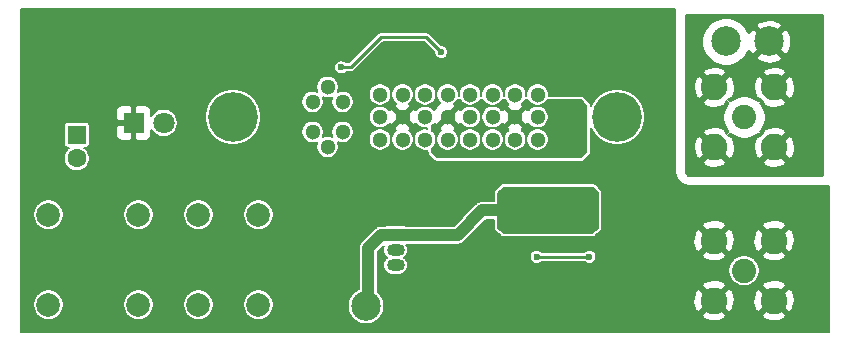
<source format=gbr>
G04 #@! TF.GenerationSoftware,KiCad,Pcbnew,(5.1.9)-1*
G04 #@! TF.CreationDate,2021-10-09T16:27:14+02:00*
G04 #@! TF.ProjectId,DgDrive_DVI,44674472-6976-4655-9f44-56492e6b6963,1.5*
G04 #@! TF.SameCoordinates,Original*
G04 #@! TF.FileFunction,Copper,L2,Bot*
G04 #@! TF.FilePolarity,Positive*
%FSLAX46Y46*%
G04 Gerber Fmt 4.6, Leading zero omitted, Abs format (unit mm)*
G04 Created by KiCad (PCBNEW (5.1.9)-1) date 2021-10-09 16:27:14*
%MOMM*%
%LPD*%
G01*
G04 APERTURE LIST*
G04 #@! TA.AperFunction,ComponentPad*
%ADD10R,1.500000X1.050000*%
G04 #@! TD*
G04 #@! TA.AperFunction,ComponentPad*
%ADD11O,1.500000X1.050000*%
G04 #@! TD*
G04 #@! TA.AperFunction,ComponentPad*
%ADD12C,1.800000*%
G04 #@! TD*
G04 #@! TA.AperFunction,ComponentPad*
%ADD13R,1.800000X1.800000*%
G04 #@! TD*
G04 #@! TA.AperFunction,ComponentPad*
%ADD14C,2.250000*%
G04 #@! TD*
G04 #@! TA.AperFunction,ComponentPad*
%ADD15C,2.050000*%
G04 #@! TD*
G04 #@! TA.AperFunction,ComponentPad*
%ADD16C,2.000000*%
G04 #@! TD*
G04 #@! TA.AperFunction,ComponentPad*
%ADD17C,1.300000*%
G04 #@! TD*
G04 #@! TA.AperFunction,ComponentPad*
%ADD18C,4.200000*%
G04 #@! TD*
G04 #@! TA.AperFunction,ComponentPad*
%ADD19C,2.499360*%
G04 #@! TD*
G04 #@! TA.AperFunction,ComponentPad*
%ADD20R,1.600000X1.600000*%
G04 #@! TD*
G04 #@! TA.AperFunction,ComponentPad*
%ADD21C,1.600000*%
G04 #@! TD*
G04 #@! TA.AperFunction,ViaPad*
%ADD22C,0.600000*%
G04 #@! TD*
G04 #@! TA.AperFunction,Conductor*
%ADD23C,0.250000*%
G04 #@! TD*
G04 #@! TA.AperFunction,Conductor*
%ADD24C,1.000000*%
G04 #@! TD*
G04 #@! TA.AperFunction,Conductor*
%ADD25C,0.200000*%
G04 #@! TD*
G04 #@! TA.AperFunction,Conductor*
%ADD26C,0.100000*%
G04 #@! TD*
G04 #@! TA.AperFunction,Conductor*
%ADD27C,0.254000*%
G04 #@! TD*
G04 APERTURE END LIST*
D10*
X122000000Y-109500000D03*
D11*
X122000000Y-112040000D03*
X122000000Y-110770000D03*
D12*
X102362000Y-100000000D03*
D13*
X99822000Y-100000000D03*
D14*
X148960000Y-109960000D03*
X148960000Y-115040000D03*
X154040000Y-115040000D03*
X154040000Y-109960000D03*
D15*
X151500000Y-112500000D03*
D14*
X148960000Y-96960000D03*
X148960000Y-102040000D03*
X154040000Y-102040000D03*
X154040000Y-96960000D03*
D15*
X151500000Y-99500000D03*
D16*
X110380000Y-107780000D03*
X105300000Y-107780000D03*
X100220000Y-107780000D03*
X92600000Y-107780000D03*
X110380000Y-115400000D03*
X105300000Y-115400000D03*
X92600000Y-115400000D03*
X100220000Y-115400000D03*
D17*
X116240000Y-102018000D03*
X116240000Y-96938000D03*
X114970000Y-100748000D03*
X117510000Y-100748000D03*
X117510000Y-98208000D03*
X114970000Y-98208000D03*
X120685000Y-97595000D03*
X120685000Y-101405000D03*
X122590000Y-101405000D03*
X124495000Y-101405000D03*
X126400000Y-101405000D03*
X128305000Y-101405000D03*
X130210000Y-101405000D03*
X132115000Y-101405000D03*
X134020000Y-101405000D03*
X120685000Y-99500000D03*
X122590000Y-99500000D03*
X124495000Y-99500000D03*
X126400000Y-99500000D03*
X128305000Y-99500000D03*
X130210000Y-99500000D03*
X132115000Y-99500000D03*
D18*
X140750000Y-99500000D03*
D17*
X124495000Y-97595000D03*
X122590000Y-97595000D03*
X134020000Y-99500000D03*
X126400000Y-97595000D03*
X128305000Y-97595000D03*
X134020000Y-97595000D03*
X132115000Y-97595000D03*
X130210000Y-97595000D03*
D18*
X108240000Y-99500000D03*
D19*
X119500000Y-115500000D03*
X149950000Y-93100000D03*
X153600000Y-93100000D03*
D20*
X95000000Y-101000000D03*
D21*
X95000000Y-103000000D03*
D22*
X133450001Y-93349999D03*
X133450001Y-94399967D03*
X133450000Y-95350000D03*
X134450000Y-95350000D03*
X135450000Y-95350000D03*
X132450000Y-95350000D03*
X131450000Y-95350000D03*
X131400000Y-114100000D03*
X140750000Y-111000000D03*
X141000000Y-114500000D03*
X145350002Y-103900000D03*
X145800000Y-105700000D03*
X145800000Y-106700000D03*
X145800000Y-107700000D03*
X145800000Y-108700000D03*
X145800000Y-109700000D03*
X145800000Y-110700000D03*
X145800000Y-111700000D03*
X136450000Y-95350000D03*
X137450000Y-95350000D03*
X138450000Y-95350000D03*
X139450000Y-95350000D03*
X140450000Y-95350000D03*
X141450000Y-95350000D03*
X142450000Y-95350000D03*
X130450000Y-95350000D03*
X129450000Y-95350000D03*
X120300000Y-96300000D03*
X113200000Y-104350000D03*
X121000000Y-106000000D03*
X122500000Y-106000000D03*
X124000000Y-106000000D03*
X121000000Y-107000000D03*
X122500000Y-107000000D03*
X124000000Y-107000000D03*
X121000000Y-108000000D03*
X122500000Y-108000000D03*
X124000000Y-108000000D03*
X133950000Y-111350000D03*
X138400000Y-111350000D03*
X125850000Y-94000000D03*
X117400000Y-95300000D03*
X137750000Y-98750000D03*
X136750000Y-98750000D03*
X137750000Y-99750000D03*
X136750000Y-99750000D03*
X137750000Y-100750000D03*
X136750000Y-100750000D03*
X137750000Y-101750000D03*
X136750000Y-101750000D03*
X133600000Y-108900000D03*
X133600000Y-105800000D03*
X134600000Y-105800000D03*
X135600000Y-105800000D03*
X136600000Y-105800000D03*
X137600000Y-105800000D03*
X138600000Y-105800000D03*
X134600000Y-108900000D03*
X135600000Y-108900000D03*
X136600000Y-108900000D03*
X137600000Y-108900000D03*
X138600000Y-108900000D03*
X138700000Y-107300000D03*
D23*
X133950000Y-111350000D02*
X138400000Y-111350000D01*
X120800000Y-92700000D02*
X118200000Y-95300000D01*
X124550000Y-92700000D02*
X120800000Y-92700000D01*
X118200000Y-95300000D02*
X117400000Y-95300000D01*
X125850000Y-94000000D02*
X124550000Y-92700000D01*
D24*
X119700000Y-115300000D02*
X119700000Y-110600000D01*
X119500000Y-115500000D02*
X119700000Y-115300000D01*
X119700000Y-110600000D02*
X120800000Y-109500000D01*
X120800000Y-109500000D02*
X122000000Y-109500000D01*
D23*
X119500000Y-115500000D02*
X118700000Y-115500000D01*
D24*
X129350000Y-107400000D02*
X131200000Y-107400000D01*
X127250000Y-109500000D02*
X129350000Y-107400000D01*
X122000000Y-109500000D02*
X127250000Y-109500000D01*
D25*
X145700000Y-104250000D02*
X145715372Y-104406072D01*
X145760896Y-104556147D01*
X145834824Y-104694456D01*
X145934315Y-104815685D01*
X146184315Y-105065685D01*
X146305544Y-105165176D01*
X146443853Y-105239104D01*
X146593928Y-105284628D01*
X146750000Y-105300000D01*
X158675001Y-105300000D01*
X158675001Y-117675000D01*
X90325000Y-117675000D01*
X90325000Y-115271961D01*
X91300000Y-115271961D01*
X91300000Y-115528039D01*
X91349958Y-115779196D01*
X91447955Y-116015781D01*
X91590224Y-116228702D01*
X91771298Y-116409776D01*
X91984219Y-116552045D01*
X92220804Y-116650042D01*
X92471961Y-116700000D01*
X92728039Y-116700000D01*
X92979196Y-116650042D01*
X93215781Y-116552045D01*
X93428702Y-116409776D01*
X93609776Y-116228702D01*
X93752045Y-116015781D01*
X93850042Y-115779196D01*
X93900000Y-115528039D01*
X93900000Y-115271961D01*
X98920000Y-115271961D01*
X98920000Y-115528039D01*
X98969958Y-115779196D01*
X99067955Y-116015781D01*
X99210224Y-116228702D01*
X99391298Y-116409776D01*
X99604219Y-116552045D01*
X99840804Y-116650042D01*
X100091961Y-116700000D01*
X100348039Y-116700000D01*
X100599196Y-116650042D01*
X100835781Y-116552045D01*
X101048702Y-116409776D01*
X101229776Y-116228702D01*
X101372045Y-116015781D01*
X101470042Y-115779196D01*
X101520000Y-115528039D01*
X101520000Y-115271961D01*
X104000000Y-115271961D01*
X104000000Y-115528039D01*
X104049958Y-115779196D01*
X104147955Y-116015781D01*
X104290224Y-116228702D01*
X104471298Y-116409776D01*
X104684219Y-116552045D01*
X104920804Y-116650042D01*
X105171961Y-116700000D01*
X105428039Y-116700000D01*
X105679196Y-116650042D01*
X105915781Y-116552045D01*
X106128702Y-116409776D01*
X106309776Y-116228702D01*
X106452045Y-116015781D01*
X106550042Y-115779196D01*
X106600000Y-115528039D01*
X106600000Y-115271961D01*
X109080000Y-115271961D01*
X109080000Y-115528039D01*
X109129958Y-115779196D01*
X109227955Y-116015781D01*
X109370224Y-116228702D01*
X109551298Y-116409776D01*
X109764219Y-116552045D01*
X110000804Y-116650042D01*
X110251961Y-116700000D01*
X110508039Y-116700000D01*
X110759196Y-116650042D01*
X110995781Y-116552045D01*
X111208702Y-116409776D01*
X111389776Y-116228702D01*
X111532045Y-116015781D01*
X111630042Y-115779196D01*
X111680000Y-115528039D01*
X111680000Y-115347370D01*
X117950320Y-115347370D01*
X117950320Y-115652630D01*
X118009874Y-115952025D01*
X118126692Y-116234049D01*
X118296285Y-116487863D01*
X118512137Y-116703715D01*
X118765951Y-116873308D01*
X119047975Y-116990126D01*
X119347370Y-117049680D01*
X119652630Y-117049680D01*
X119952025Y-116990126D01*
X120234049Y-116873308D01*
X120487863Y-116703715D01*
X120703715Y-116487863D01*
X120850975Y-116267472D01*
X147950317Y-116267472D01*
X148065038Y-116533809D01*
X148373663Y-116679704D01*
X148704820Y-116762586D01*
X149045783Y-116779271D01*
X149383449Y-116729115D01*
X149704843Y-116614049D01*
X149854962Y-116533809D01*
X149969683Y-116267472D01*
X153030317Y-116267472D01*
X153145038Y-116533809D01*
X153453663Y-116679704D01*
X153784820Y-116762586D01*
X154125783Y-116779271D01*
X154463449Y-116729115D01*
X154784843Y-116614049D01*
X154934962Y-116533809D01*
X155049683Y-116267472D01*
X154040000Y-115257789D01*
X153030317Y-116267472D01*
X149969683Y-116267472D01*
X148960000Y-115257789D01*
X147950317Y-116267472D01*
X120850975Y-116267472D01*
X120873308Y-116234049D01*
X120990126Y-115952025D01*
X121049680Y-115652630D01*
X121049680Y-115347370D01*
X121005604Y-115125783D01*
X147220729Y-115125783D01*
X147270885Y-115463449D01*
X147385951Y-115784843D01*
X147466191Y-115934962D01*
X147732528Y-116049683D01*
X148742211Y-115040000D01*
X149177789Y-115040000D01*
X150187472Y-116049683D01*
X150453809Y-115934962D01*
X150599704Y-115626337D01*
X150682586Y-115295180D01*
X150690875Y-115125783D01*
X152300729Y-115125783D01*
X152350885Y-115463449D01*
X152465951Y-115784843D01*
X152546191Y-115934962D01*
X152812528Y-116049683D01*
X153822211Y-115040000D01*
X154257789Y-115040000D01*
X155267472Y-116049683D01*
X155533809Y-115934962D01*
X155679704Y-115626337D01*
X155762586Y-115295180D01*
X155779271Y-114954217D01*
X155729115Y-114616551D01*
X155614049Y-114295157D01*
X155533809Y-114145038D01*
X155267472Y-114030317D01*
X154257789Y-115040000D01*
X153822211Y-115040000D01*
X152812528Y-114030317D01*
X152546191Y-114145038D01*
X152400296Y-114453663D01*
X152317414Y-114784820D01*
X152300729Y-115125783D01*
X150690875Y-115125783D01*
X150699271Y-114954217D01*
X150649115Y-114616551D01*
X150534049Y-114295157D01*
X150453809Y-114145038D01*
X150187472Y-114030317D01*
X149177789Y-115040000D01*
X148742211Y-115040000D01*
X147732528Y-114030317D01*
X147466191Y-114145038D01*
X147320296Y-114453663D01*
X147237414Y-114784820D01*
X147220729Y-115125783D01*
X121005604Y-115125783D01*
X120990126Y-115047975D01*
X120873308Y-114765951D01*
X120703715Y-114512137D01*
X120500000Y-114308422D01*
X120500000Y-113812528D01*
X147950317Y-113812528D01*
X148960000Y-114822211D01*
X149969683Y-113812528D01*
X149854962Y-113546191D01*
X149546337Y-113400296D01*
X149215180Y-113317414D01*
X148874217Y-113300729D01*
X148536551Y-113350885D01*
X148215157Y-113465951D01*
X148065038Y-113546191D01*
X147950317Y-113812528D01*
X120500000Y-113812528D01*
X120500000Y-110931370D01*
X121044135Y-110387236D01*
X121009112Y-110452759D01*
X120961938Y-110608272D01*
X120946009Y-110770000D01*
X120961938Y-110931728D01*
X121009112Y-111087241D01*
X121085719Y-111230563D01*
X121188815Y-111356185D01*
X121248296Y-111405000D01*
X121188815Y-111453815D01*
X121085719Y-111579437D01*
X121009112Y-111722759D01*
X120961938Y-111878272D01*
X120946009Y-112040000D01*
X120961938Y-112201728D01*
X121009112Y-112357241D01*
X121085719Y-112500563D01*
X121188815Y-112626185D01*
X121314437Y-112729281D01*
X121457759Y-112805888D01*
X121613272Y-112853062D01*
X121734479Y-112865000D01*
X122265521Y-112865000D01*
X122386728Y-112853062D01*
X122542241Y-112805888D01*
X122685563Y-112729281D01*
X122811185Y-112626185D01*
X122914281Y-112500563D01*
X122984335Y-112369499D01*
X150175000Y-112369499D01*
X150175000Y-112630501D01*
X150225919Y-112886488D01*
X150325800Y-113127623D01*
X150470805Y-113344638D01*
X150655362Y-113529195D01*
X150872377Y-113674200D01*
X151113512Y-113774081D01*
X151369499Y-113825000D01*
X151630501Y-113825000D01*
X151693201Y-113812528D01*
X153030317Y-113812528D01*
X154040000Y-114822211D01*
X155049683Y-113812528D01*
X154934962Y-113546191D01*
X154626337Y-113400296D01*
X154295180Y-113317414D01*
X153954217Y-113300729D01*
X153616551Y-113350885D01*
X153295157Y-113465951D01*
X153145038Y-113546191D01*
X153030317Y-113812528D01*
X151693201Y-113812528D01*
X151886488Y-113774081D01*
X152127623Y-113674200D01*
X152344638Y-113529195D01*
X152529195Y-113344638D01*
X152674200Y-113127623D01*
X152774081Y-112886488D01*
X152825000Y-112630501D01*
X152825000Y-112369499D01*
X152774081Y-112113512D01*
X152674200Y-111872377D01*
X152529195Y-111655362D01*
X152344638Y-111470805D01*
X152127623Y-111325800D01*
X151886488Y-111225919D01*
X151693202Y-111187472D01*
X153030317Y-111187472D01*
X153145038Y-111453809D01*
X153453663Y-111599704D01*
X153784820Y-111682586D01*
X154125783Y-111699271D01*
X154463449Y-111649115D01*
X154784843Y-111534049D01*
X154934962Y-111453809D01*
X155049683Y-111187472D01*
X154040000Y-110177789D01*
X153030317Y-111187472D01*
X151693202Y-111187472D01*
X151630501Y-111175000D01*
X151369499Y-111175000D01*
X151113512Y-111225919D01*
X150872377Y-111325800D01*
X150655362Y-111470805D01*
X150470805Y-111655362D01*
X150325800Y-111872377D01*
X150225919Y-112113512D01*
X150175000Y-112369499D01*
X122984335Y-112369499D01*
X122990888Y-112357241D01*
X123038062Y-112201728D01*
X123053991Y-112040000D01*
X123038062Y-111878272D01*
X122990888Y-111722759D01*
X122914281Y-111579437D01*
X122811185Y-111453815D01*
X122751704Y-111405000D01*
X122811185Y-111356185D01*
X122864759Y-111290905D01*
X133350000Y-111290905D01*
X133350000Y-111409095D01*
X133373058Y-111525014D01*
X133418287Y-111634207D01*
X133483950Y-111732478D01*
X133567522Y-111816050D01*
X133665793Y-111881713D01*
X133774986Y-111926942D01*
X133890905Y-111950000D01*
X134009095Y-111950000D01*
X134125014Y-111926942D01*
X134234207Y-111881713D01*
X134332478Y-111816050D01*
X134373528Y-111775000D01*
X137976472Y-111775000D01*
X138017522Y-111816050D01*
X138115793Y-111881713D01*
X138224986Y-111926942D01*
X138340905Y-111950000D01*
X138459095Y-111950000D01*
X138575014Y-111926942D01*
X138684207Y-111881713D01*
X138782478Y-111816050D01*
X138866050Y-111732478D01*
X138931713Y-111634207D01*
X138976942Y-111525014D01*
X139000000Y-111409095D01*
X139000000Y-111290905D01*
X138979426Y-111187472D01*
X147950317Y-111187472D01*
X148065038Y-111453809D01*
X148373663Y-111599704D01*
X148704820Y-111682586D01*
X149045783Y-111699271D01*
X149383449Y-111649115D01*
X149704843Y-111534049D01*
X149854962Y-111453809D01*
X149969683Y-111187472D01*
X148960000Y-110177789D01*
X147950317Y-111187472D01*
X138979426Y-111187472D01*
X138976942Y-111174986D01*
X138931713Y-111065793D01*
X138866050Y-110967522D01*
X138782478Y-110883950D01*
X138684207Y-110818287D01*
X138575014Y-110773058D01*
X138459095Y-110750000D01*
X138340905Y-110750000D01*
X138224986Y-110773058D01*
X138115793Y-110818287D01*
X138017522Y-110883950D01*
X137976472Y-110925000D01*
X134373528Y-110925000D01*
X134332478Y-110883950D01*
X134234207Y-110818287D01*
X134125014Y-110773058D01*
X134009095Y-110750000D01*
X133890905Y-110750000D01*
X133774986Y-110773058D01*
X133665793Y-110818287D01*
X133567522Y-110883950D01*
X133483950Y-110967522D01*
X133418287Y-111065793D01*
X133373058Y-111174986D01*
X133350000Y-111290905D01*
X122864759Y-111290905D01*
X122914281Y-111230563D01*
X122990888Y-111087241D01*
X123038062Y-110931728D01*
X123053991Y-110770000D01*
X123038062Y-110608272D01*
X122990888Y-110452759D01*
X122914281Y-110309437D01*
X122906536Y-110300000D01*
X127210709Y-110300000D01*
X127250000Y-110303870D01*
X127289291Y-110300000D01*
X127289293Y-110300000D01*
X127406827Y-110288424D01*
X127557628Y-110242679D01*
X127696606Y-110168393D01*
X127818422Y-110068422D01*
X127837001Y-110045783D01*
X147220729Y-110045783D01*
X147270885Y-110383449D01*
X147385951Y-110704843D01*
X147466191Y-110854962D01*
X147732528Y-110969683D01*
X148742211Y-109960000D01*
X149177789Y-109960000D01*
X150187472Y-110969683D01*
X150453809Y-110854962D01*
X150599704Y-110546337D01*
X150682586Y-110215180D01*
X150690875Y-110045783D01*
X152300729Y-110045783D01*
X152350885Y-110383449D01*
X152465951Y-110704843D01*
X152546191Y-110854962D01*
X152812528Y-110969683D01*
X153822211Y-109960000D01*
X154257789Y-109960000D01*
X155267472Y-110969683D01*
X155533809Y-110854962D01*
X155679704Y-110546337D01*
X155762586Y-110215180D01*
X155779271Y-109874217D01*
X155729115Y-109536551D01*
X155614049Y-109215157D01*
X155533809Y-109065038D01*
X155267472Y-108950317D01*
X154257789Y-109960000D01*
X153822211Y-109960000D01*
X152812528Y-108950317D01*
X152546191Y-109065038D01*
X152400296Y-109373663D01*
X152317414Y-109704820D01*
X152300729Y-110045783D01*
X150690875Y-110045783D01*
X150699271Y-109874217D01*
X150649115Y-109536551D01*
X150534049Y-109215157D01*
X150453809Y-109065038D01*
X150187472Y-108950317D01*
X149177789Y-109960000D01*
X148742211Y-109960000D01*
X147732528Y-108950317D01*
X147466191Y-109065038D01*
X147320296Y-109373663D01*
X147237414Y-109704820D01*
X147220729Y-110045783D01*
X127837001Y-110045783D01*
X127843473Y-110037897D01*
X129681371Y-108200000D01*
X130300000Y-108200000D01*
X130300000Y-108900000D01*
X130305764Y-108958527D01*
X130322836Y-109014805D01*
X130350559Y-109066671D01*
X130387868Y-109112132D01*
X130887868Y-109612132D01*
X130933329Y-109649441D01*
X130985195Y-109677164D01*
X131041473Y-109694236D01*
X131100000Y-109700000D01*
X138700000Y-109700000D01*
X138757607Y-109694417D01*
X138813938Y-109677521D01*
X138865891Y-109649961D01*
X138911468Y-109612794D01*
X139414593Y-109112804D01*
X139451519Y-109068237D01*
X139479566Y-109016545D01*
X139496989Y-108960375D01*
X139503119Y-108901885D01*
X139504177Y-108732528D01*
X147950317Y-108732528D01*
X148960000Y-109742211D01*
X149969683Y-108732528D01*
X153030317Y-108732528D01*
X154040000Y-109742211D01*
X155049683Y-108732528D01*
X154934962Y-108466191D01*
X154626337Y-108320296D01*
X154295180Y-108237414D01*
X153954217Y-108220729D01*
X153616551Y-108270885D01*
X153295157Y-108385951D01*
X153145038Y-108466191D01*
X153030317Y-108732528D01*
X149969683Y-108732528D01*
X149854962Y-108466191D01*
X149546337Y-108320296D01*
X149215180Y-108237414D01*
X148874217Y-108220729D01*
X148536551Y-108270885D01*
X148215157Y-108385951D01*
X148065038Y-108466191D01*
X147950317Y-108732528D01*
X139504177Y-108732528D01*
X139521869Y-105901865D01*
X139516292Y-105842383D01*
X139499396Y-105786052D01*
X139471835Y-105734099D01*
X139434669Y-105688522D01*
X138937794Y-105188532D01*
X138891671Y-105150559D01*
X138839805Y-105122836D01*
X138783527Y-105105764D01*
X138725000Y-105100000D01*
X131100000Y-105100000D01*
X131041473Y-105105764D01*
X130985195Y-105122836D01*
X130933329Y-105150559D01*
X130887868Y-105187868D01*
X130387868Y-105687868D01*
X130350559Y-105733329D01*
X130322836Y-105785195D01*
X130305764Y-105841473D01*
X130300000Y-105900000D01*
X130300000Y-106600000D01*
X129389282Y-106600000D01*
X129349999Y-106596131D01*
X129310716Y-106600000D01*
X129310707Y-106600000D01*
X129193173Y-106611576D01*
X129042372Y-106657321D01*
X128962526Y-106700000D01*
X128903393Y-106731607D01*
X128812098Y-106806531D01*
X128781578Y-106831578D01*
X128756531Y-106862098D01*
X126918630Y-108700000D01*
X122871916Y-108700000D01*
X122865360Y-108696496D01*
X122808810Y-108679341D01*
X122750000Y-108673549D01*
X121250000Y-108673549D01*
X121191190Y-108679341D01*
X121134640Y-108696496D01*
X121128084Y-108700000D01*
X120839291Y-108700000D01*
X120800000Y-108696130D01*
X120760709Y-108700000D01*
X120760707Y-108700000D01*
X120643173Y-108711576D01*
X120492372Y-108757321D01*
X120353393Y-108831607D01*
X120319235Y-108859640D01*
X120231578Y-108931578D01*
X120206531Y-108962098D01*
X119162098Y-110006532D01*
X119131579Y-110031578D01*
X119106532Y-110062098D01*
X119106531Y-110062099D01*
X119031607Y-110153394D01*
X118957321Y-110292373D01*
X118911577Y-110443173D01*
X118896130Y-110600000D01*
X118900001Y-110639300D01*
X118900000Y-114071167D01*
X118765951Y-114126692D01*
X118512137Y-114296285D01*
X118296285Y-114512137D01*
X118126692Y-114765951D01*
X118009874Y-115047975D01*
X117950320Y-115347370D01*
X111680000Y-115347370D01*
X111680000Y-115271961D01*
X111630042Y-115020804D01*
X111532045Y-114784219D01*
X111389776Y-114571298D01*
X111208702Y-114390224D01*
X110995781Y-114247955D01*
X110759196Y-114149958D01*
X110508039Y-114100000D01*
X110251961Y-114100000D01*
X110000804Y-114149958D01*
X109764219Y-114247955D01*
X109551298Y-114390224D01*
X109370224Y-114571298D01*
X109227955Y-114784219D01*
X109129958Y-115020804D01*
X109080000Y-115271961D01*
X106600000Y-115271961D01*
X106550042Y-115020804D01*
X106452045Y-114784219D01*
X106309776Y-114571298D01*
X106128702Y-114390224D01*
X105915781Y-114247955D01*
X105679196Y-114149958D01*
X105428039Y-114100000D01*
X105171961Y-114100000D01*
X104920804Y-114149958D01*
X104684219Y-114247955D01*
X104471298Y-114390224D01*
X104290224Y-114571298D01*
X104147955Y-114784219D01*
X104049958Y-115020804D01*
X104000000Y-115271961D01*
X101520000Y-115271961D01*
X101470042Y-115020804D01*
X101372045Y-114784219D01*
X101229776Y-114571298D01*
X101048702Y-114390224D01*
X100835781Y-114247955D01*
X100599196Y-114149958D01*
X100348039Y-114100000D01*
X100091961Y-114100000D01*
X99840804Y-114149958D01*
X99604219Y-114247955D01*
X99391298Y-114390224D01*
X99210224Y-114571298D01*
X99067955Y-114784219D01*
X98969958Y-115020804D01*
X98920000Y-115271961D01*
X93900000Y-115271961D01*
X93850042Y-115020804D01*
X93752045Y-114784219D01*
X93609776Y-114571298D01*
X93428702Y-114390224D01*
X93215781Y-114247955D01*
X92979196Y-114149958D01*
X92728039Y-114100000D01*
X92471961Y-114100000D01*
X92220804Y-114149958D01*
X91984219Y-114247955D01*
X91771298Y-114390224D01*
X91590224Y-114571298D01*
X91447955Y-114784219D01*
X91349958Y-115020804D01*
X91300000Y-115271961D01*
X90325000Y-115271961D01*
X90325000Y-107651961D01*
X91300000Y-107651961D01*
X91300000Y-107908039D01*
X91349958Y-108159196D01*
X91447955Y-108395781D01*
X91590224Y-108608702D01*
X91771298Y-108789776D01*
X91984219Y-108932045D01*
X92220804Y-109030042D01*
X92471961Y-109080000D01*
X92728039Y-109080000D01*
X92979196Y-109030042D01*
X93215781Y-108932045D01*
X93428702Y-108789776D01*
X93609776Y-108608702D01*
X93752045Y-108395781D01*
X93850042Y-108159196D01*
X93900000Y-107908039D01*
X93900000Y-107651961D01*
X98920000Y-107651961D01*
X98920000Y-107908039D01*
X98969958Y-108159196D01*
X99067955Y-108395781D01*
X99210224Y-108608702D01*
X99391298Y-108789776D01*
X99604219Y-108932045D01*
X99840804Y-109030042D01*
X100091961Y-109080000D01*
X100348039Y-109080000D01*
X100599196Y-109030042D01*
X100835781Y-108932045D01*
X101048702Y-108789776D01*
X101229776Y-108608702D01*
X101372045Y-108395781D01*
X101470042Y-108159196D01*
X101520000Y-107908039D01*
X101520000Y-107651961D01*
X104000000Y-107651961D01*
X104000000Y-107908039D01*
X104049958Y-108159196D01*
X104147955Y-108395781D01*
X104290224Y-108608702D01*
X104471298Y-108789776D01*
X104684219Y-108932045D01*
X104920804Y-109030042D01*
X105171961Y-109080000D01*
X105428039Y-109080000D01*
X105679196Y-109030042D01*
X105915781Y-108932045D01*
X106128702Y-108789776D01*
X106309776Y-108608702D01*
X106452045Y-108395781D01*
X106550042Y-108159196D01*
X106600000Y-107908039D01*
X106600000Y-107651961D01*
X109080000Y-107651961D01*
X109080000Y-107908039D01*
X109129958Y-108159196D01*
X109227955Y-108395781D01*
X109370224Y-108608702D01*
X109551298Y-108789776D01*
X109764219Y-108932045D01*
X110000804Y-109030042D01*
X110251961Y-109080000D01*
X110508039Y-109080000D01*
X110759196Y-109030042D01*
X110995781Y-108932045D01*
X111208702Y-108789776D01*
X111389776Y-108608702D01*
X111532045Y-108395781D01*
X111630042Y-108159196D01*
X111680000Y-107908039D01*
X111680000Y-107651961D01*
X111630042Y-107400804D01*
X111532045Y-107164219D01*
X111389776Y-106951298D01*
X111208702Y-106770224D01*
X110995781Y-106627955D01*
X110759196Y-106529958D01*
X110508039Y-106480000D01*
X110251961Y-106480000D01*
X110000804Y-106529958D01*
X109764219Y-106627955D01*
X109551298Y-106770224D01*
X109370224Y-106951298D01*
X109227955Y-107164219D01*
X109129958Y-107400804D01*
X109080000Y-107651961D01*
X106600000Y-107651961D01*
X106550042Y-107400804D01*
X106452045Y-107164219D01*
X106309776Y-106951298D01*
X106128702Y-106770224D01*
X105915781Y-106627955D01*
X105679196Y-106529958D01*
X105428039Y-106480000D01*
X105171961Y-106480000D01*
X104920804Y-106529958D01*
X104684219Y-106627955D01*
X104471298Y-106770224D01*
X104290224Y-106951298D01*
X104147955Y-107164219D01*
X104049958Y-107400804D01*
X104000000Y-107651961D01*
X101520000Y-107651961D01*
X101470042Y-107400804D01*
X101372045Y-107164219D01*
X101229776Y-106951298D01*
X101048702Y-106770224D01*
X100835781Y-106627955D01*
X100599196Y-106529958D01*
X100348039Y-106480000D01*
X100091961Y-106480000D01*
X99840804Y-106529958D01*
X99604219Y-106627955D01*
X99391298Y-106770224D01*
X99210224Y-106951298D01*
X99067955Y-107164219D01*
X98969958Y-107400804D01*
X98920000Y-107651961D01*
X93900000Y-107651961D01*
X93850042Y-107400804D01*
X93752045Y-107164219D01*
X93609776Y-106951298D01*
X93428702Y-106770224D01*
X93215781Y-106627955D01*
X92979196Y-106529958D01*
X92728039Y-106480000D01*
X92471961Y-106480000D01*
X92220804Y-106529958D01*
X91984219Y-106627955D01*
X91771298Y-106770224D01*
X91590224Y-106951298D01*
X91447955Y-107164219D01*
X91349958Y-107400804D01*
X91300000Y-107651961D01*
X90325000Y-107651961D01*
X90325000Y-100200000D01*
X93898549Y-100200000D01*
X93898549Y-101800000D01*
X93904341Y-101858810D01*
X93921496Y-101915360D01*
X93949353Y-101967477D01*
X93986842Y-102013158D01*
X94032523Y-102050647D01*
X94084640Y-102078504D01*
X94141190Y-102095659D01*
X94200000Y-102101451D01*
X94364827Y-102101451D01*
X94298791Y-102145575D01*
X94145575Y-102298791D01*
X94025193Y-102478955D01*
X93942273Y-102679142D01*
X93900000Y-102891659D01*
X93900000Y-103108341D01*
X93942273Y-103320858D01*
X94025193Y-103521045D01*
X94145575Y-103701209D01*
X94298791Y-103854425D01*
X94478955Y-103974807D01*
X94679142Y-104057727D01*
X94891659Y-104100000D01*
X95108341Y-104100000D01*
X95320858Y-104057727D01*
X95521045Y-103974807D01*
X95701209Y-103854425D01*
X95854425Y-103701209D01*
X95974807Y-103521045D01*
X96057727Y-103320858D01*
X96100000Y-103108341D01*
X96100000Y-102891659D01*
X96057727Y-102679142D01*
X95974807Y-102478955D01*
X95854425Y-102298791D01*
X95701209Y-102145575D01*
X95635173Y-102101451D01*
X95800000Y-102101451D01*
X95858810Y-102095659D01*
X95915360Y-102078504D01*
X95967477Y-102050647D01*
X96013158Y-102013158D01*
X96050647Y-101967477D01*
X96078504Y-101915360D01*
X96095659Y-101858810D01*
X96101451Y-101800000D01*
X96101451Y-100900000D01*
X98311058Y-100900000D01*
X98322797Y-101019189D01*
X98357563Y-101133797D01*
X98414020Y-101239421D01*
X98489999Y-101332001D01*
X98582579Y-101407980D01*
X98688203Y-101464437D01*
X98802811Y-101499203D01*
X98922000Y-101510942D01*
X99516000Y-101508000D01*
X99668000Y-101356000D01*
X99668000Y-100154000D01*
X98466000Y-100154000D01*
X98314000Y-100306000D01*
X98311058Y-100900000D01*
X96101451Y-100900000D01*
X96101451Y-100200000D01*
X96095659Y-100141190D01*
X96078504Y-100084640D01*
X96050647Y-100032523D01*
X96013158Y-99986842D01*
X95967477Y-99949353D01*
X95915360Y-99921496D01*
X95858810Y-99904341D01*
X95800000Y-99898549D01*
X94200000Y-99898549D01*
X94141190Y-99904341D01*
X94084640Y-99921496D01*
X94032523Y-99949353D01*
X93986842Y-99986842D01*
X93949353Y-100032523D01*
X93921496Y-100084640D01*
X93904341Y-100141190D01*
X93898549Y-100200000D01*
X90325000Y-100200000D01*
X90325000Y-99100000D01*
X98311058Y-99100000D01*
X98314000Y-99694000D01*
X98466000Y-99846000D01*
X99668000Y-99846000D01*
X99668000Y-98644000D01*
X99976000Y-98644000D01*
X99976000Y-99846000D01*
X99996000Y-99846000D01*
X99996000Y-100154000D01*
X99976000Y-100154000D01*
X99976000Y-101356000D01*
X100128000Y-101508000D01*
X100722000Y-101510942D01*
X100841189Y-101499203D01*
X100955797Y-101464437D01*
X101061421Y-101407980D01*
X101154001Y-101332001D01*
X101229980Y-101239421D01*
X101286437Y-101133797D01*
X101321203Y-101019189D01*
X101332942Y-100900000D01*
X101331544Y-100617756D01*
X101429899Y-100764955D01*
X101597045Y-100932101D01*
X101793587Y-101063426D01*
X102011973Y-101153884D01*
X102243810Y-101200000D01*
X102480190Y-101200000D01*
X102712027Y-101153884D01*
X102930413Y-101063426D01*
X103126955Y-100932101D01*
X103294101Y-100764955D01*
X103425426Y-100568413D01*
X103515884Y-100350027D01*
X103562000Y-100118190D01*
X103562000Y-99881810D01*
X103515884Y-99649973D01*
X103425426Y-99431587D01*
X103313195Y-99263621D01*
X105840000Y-99263621D01*
X105840000Y-99736379D01*
X105932230Y-100200054D01*
X106113147Y-100636826D01*
X106375798Y-101029911D01*
X106710089Y-101364202D01*
X107103174Y-101626853D01*
X107539946Y-101807770D01*
X108003621Y-101900000D01*
X108476379Y-101900000D01*
X108940054Y-101807770D01*
X109376826Y-101626853D01*
X109769911Y-101364202D01*
X110104202Y-101029911D01*
X110355088Y-100654433D01*
X114020000Y-100654433D01*
X114020000Y-100841567D01*
X114056508Y-101025105D01*
X114128121Y-101197994D01*
X114232087Y-101353590D01*
X114364410Y-101485913D01*
X114520006Y-101589879D01*
X114692895Y-101661492D01*
X114876433Y-101698000D01*
X115063567Y-101698000D01*
X115247105Y-101661492D01*
X115382654Y-101605346D01*
X115326508Y-101740895D01*
X115290000Y-101924433D01*
X115290000Y-102111567D01*
X115326508Y-102295105D01*
X115398121Y-102467994D01*
X115502087Y-102623590D01*
X115634410Y-102755913D01*
X115790006Y-102859879D01*
X115962895Y-102931492D01*
X116146433Y-102968000D01*
X116333567Y-102968000D01*
X116517105Y-102931492D01*
X116689994Y-102859879D01*
X116845590Y-102755913D01*
X116977913Y-102623590D01*
X117081879Y-102467994D01*
X117153492Y-102295105D01*
X117190000Y-102111567D01*
X117190000Y-101924433D01*
X117153492Y-101740895D01*
X117097346Y-101605346D01*
X117232895Y-101661492D01*
X117416433Y-101698000D01*
X117603567Y-101698000D01*
X117787105Y-101661492D01*
X117959994Y-101589879D01*
X118115590Y-101485913D01*
X118247913Y-101353590D01*
X118276081Y-101311433D01*
X119735000Y-101311433D01*
X119735000Y-101498567D01*
X119771508Y-101682105D01*
X119843121Y-101854994D01*
X119947087Y-102010590D01*
X120079410Y-102142913D01*
X120235006Y-102246879D01*
X120407895Y-102318492D01*
X120591433Y-102355000D01*
X120778567Y-102355000D01*
X120962105Y-102318492D01*
X121134994Y-102246879D01*
X121290590Y-102142913D01*
X121422913Y-102010590D01*
X121526879Y-101854994D01*
X121598492Y-101682105D01*
X121635000Y-101498567D01*
X121635000Y-101311433D01*
X121640000Y-101311433D01*
X121640000Y-101498567D01*
X121676508Y-101682105D01*
X121748121Y-101854994D01*
X121852087Y-102010590D01*
X121984410Y-102142913D01*
X122140006Y-102246879D01*
X122312895Y-102318492D01*
X122496433Y-102355000D01*
X122683567Y-102355000D01*
X122867105Y-102318492D01*
X123039994Y-102246879D01*
X123195590Y-102142913D01*
X123327913Y-102010590D01*
X123431879Y-101854994D01*
X123503492Y-101682105D01*
X123540000Y-101498567D01*
X123540000Y-101311433D01*
X123503492Y-101127895D01*
X123431879Y-100955006D01*
X123327913Y-100799410D01*
X123195590Y-100667087D01*
X123144951Y-100633251D01*
X123168744Y-100623820D01*
X123202888Y-100605569D01*
X123259894Y-100387683D01*
X122590000Y-99717789D01*
X121920106Y-100387683D01*
X121977112Y-100605569D01*
X122037446Y-100631650D01*
X121984410Y-100667087D01*
X121852087Y-100799410D01*
X121748121Y-100955006D01*
X121676508Y-101127895D01*
X121640000Y-101311433D01*
X121635000Y-101311433D01*
X121598492Y-101127895D01*
X121526879Y-100955006D01*
X121422913Y-100799410D01*
X121290590Y-100667087D01*
X121134994Y-100563121D01*
X120962105Y-100491508D01*
X120778567Y-100455000D01*
X120591433Y-100455000D01*
X120407895Y-100491508D01*
X120235006Y-100563121D01*
X120079410Y-100667087D01*
X119947087Y-100799410D01*
X119843121Y-100955006D01*
X119771508Y-101127895D01*
X119735000Y-101311433D01*
X118276081Y-101311433D01*
X118351879Y-101197994D01*
X118423492Y-101025105D01*
X118460000Y-100841567D01*
X118460000Y-100654433D01*
X118423492Y-100470895D01*
X118351879Y-100298006D01*
X118247913Y-100142410D01*
X118115590Y-100010087D01*
X117959994Y-99906121D01*
X117787105Y-99834508D01*
X117603567Y-99798000D01*
X117416433Y-99798000D01*
X117232895Y-99834508D01*
X117060006Y-99906121D01*
X116904410Y-100010087D01*
X116772087Y-100142410D01*
X116668121Y-100298006D01*
X116596508Y-100470895D01*
X116560000Y-100654433D01*
X116560000Y-100841567D01*
X116596508Y-101025105D01*
X116652654Y-101160654D01*
X116517105Y-101104508D01*
X116333567Y-101068000D01*
X116146433Y-101068000D01*
X115962895Y-101104508D01*
X115827346Y-101160654D01*
X115883492Y-101025105D01*
X115920000Y-100841567D01*
X115920000Y-100654433D01*
X115883492Y-100470895D01*
X115811879Y-100298006D01*
X115707913Y-100142410D01*
X115575590Y-100010087D01*
X115419994Y-99906121D01*
X115247105Y-99834508D01*
X115063567Y-99798000D01*
X114876433Y-99798000D01*
X114692895Y-99834508D01*
X114520006Y-99906121D01*
X114364410Y-100010087D01*
X114232087Y-100142410D01*
X114128121Y-100298006D01*
X114056508Y-100470895D01*
X114020000Y-100654433D01*
X110355088Y-100654433D01*
X110366853Y-100636826D01*
X110547770Y-100200054D01*
X110640000Y-99736379D01*
X110640000Y-99406433D01*
X119735000Y-99406433D01*
X119735000Y-99593567D01*
X119771508Y-99777105D01*
X119843121Y-99949994D01*
X119947087Y-100105590D01*
X120079410Y-100237913D01*
X120235006Y-100341879D01*
X120407895Y-100413492D01*
X120591433Y-100450000D01*
X120778567Y-100450000D01*
X120962105Y-100413492D01*
X121134994Y-100341879D01*
X121290590Y-100237913D01*
X121422913Y-100105590D01*
X121456749Y-100054951D01*
X121466180Y-100078744D01*
X121484431Y-100112888D01*
X121702317Y-100169894D01*
X122372211Y-99500000D01*
X122807789Y-99500000D01*
X123477683Y-100169894D01*
X123695569Y-100112888D01*
X123721650Y-100052554D01*
X123757087Y-100105590D01*
X123889410Y-100237913D01*
X124045006Y-100341879D01*
X124217895Y-100413492D01*
X124401433Y-100450000D01*
X124588567Y-100450000D01*
X124700000Y-100427835D01*
X124700000Y-100477165D01*
X124588567Y-100455000D01*
X124401433Y-100455000D01*
X124217895Y-100491508D01*
X124045006Y-100563121D01*
X123889410Y-100667087D01*
X123757087Y-100799410D01*
X123653121Y-100955006D01*
X123581508Y-101127895D01*
X123545000Y-101311433D01*
X123545000Y-101498567D01*
X123581508Y-101682105D01*
X123653121Y-101854994D01*
X123757087Y-102010590D01*
X123889410Y-102142913D01*
X124045006Y-102246879D01*
X124217895Y-102318492D01*
X124401433Y-102355000D01*
X124588567Y-102355000D01*
X124700000Y-102332835D01*
X124700000Y-102500000D01*
X124705764Y-102558527D01*
X124722836Y-102614805D01*
X124750559Y-102666671D01*
X124787868Y-102712132D01*
X125287868Y-103212132D01*
X125333329Y-103249441D01*
X125385195Y-103277164D01*
X125441473Y-103294236D01*
X125500000Y-103300000D01*
X137750000Y-103300000D01*
X137808527Y-103294236D01*
X137864805Y-103277164D01*
X137916671Y-103249441D01*
X137962132Y-103212132D01*
X138462132Y-102712132D01*
X138499441Y-102666671D01*
X138527164Y-102614805D01*
X138544236Y-102558527D01*
X138550000Y-102500000D01*
X138550000Y-100460234D01*
X138623147Y-100636826D01*
X138885798Y-101029911D01*
X139220089Y-101364202D01*
X139613174Y-101626853D01*
X140049946Y-101807770D01*
X140513621Y-101900000D01*
X140986379Y-101900000D01*
X141450054Y-101807770D01*
X141886826Y-101626853D01*
X142279911Y-101364202D01*
X142614202Y-101029911D01*
X142876853Y-100636826D01*
X143057770Y-100200054D01*
X143150000Y-99736379D01*
X143150000Y-99263621D01*
X143057770Y-98799946D01*
X142876853Y-98363174D01*
X142614202Y-97970089D01*
X142279911Y-97635798D01*
X141886826Y-97373147D01*
X141450054Y-97192230D01*
X140986379Y-97100000D01*
X140513621Y-97100000D01*
X140049946Y-97192230D01*
X139613174Y-97373147D01*
X139220089Y-97635798D01*
X138885798Y-97970089D01*
X138623147Y-98363174D01*
X138550000Y-98539766D01*
X138550000Y-98500000D01*
X138544236Y-98441473D01*
X138527164Y-98385195D01*
X138499441Y-98333329D01*
X138462132Y-98287868D01*
X137962132Y-97787868D01*
X137916671Y-97750559D01*
X137864805Y-97722836D01*
X137808527Y-97705764D01*
X137750000Y-97700000D01*
X134967726Y-97700000D01*
X134970000Y-97688567D01*
X134970000Y-97501433D01*
X134933492Y-97317895D01*
X134861879Y-97145006D01*
X134757913Y-96989410D01*
X134625590Y-96857087D01*
X134469994Y-96753121D01*
X134297105Y-96681508D01*
X134113567Y-96645000D01*
X133926433Y-96645000D01*
X133742895Y-96681508D01*
X133570006Y-96753121D01*
X133414410Y-96857087D01*
X133282087Y-96989410D01*
X133178121Y-97145006D01*
X133106508Y-97317895D01*
X133070000Y-97501433D01*
X133070000Y-97688567D01*
X133072274Y-97700000D01*
X133062726Y-97700000D01*
X133065000Y-97688567D01*
X133065000Y-97501433D01*
X133028492Y-97317895D01*
X132956879Y-97145006D01*
X132852913Y-96989410D01*
X132720590Y-96857087D01*
X132564994Y-96753121D01*
X132392105Y-96681508D01*
X132208567Y-96645000D01*
X132021433Y-96645000D01*
X131837895Y-96681508D01*
X131665006Y-96753121D01*
X131509410Y-96857087D01*
X131377087Y-96989410D01*
X131273121Y-97145006D01*
X131201508Y-97317895D01*
X131165000Y-97501433D01*
X131165000Y-97688567D01*
X131167274Y-97700000D01*
X131157726Y-97700000D01*
X131160000Y-97688567D01*
X131160000Y-97501433D01*
X131123492Y-97317895D01*
X131051879Y-97145006D01*
X130947913Y-96989410D01*
X130815590Y-96857087D01*
X130659994Y-96753121D01*
X130487105Y-96681508D01*
X130303567Y-96645000D01*
X130116433Y-96645000D01*
X129932895Y-96681508D01*
X129760006Y-96753121D01*
X129604410Y-96857087D01*
X129472087Y-96989410D01*
X129368121Y-97145006D01*
X129296508Y-97317895D01*
X129260000Y-97501433D01*
X129260000Y-97688567D01*
X129262274Y-97700000D01*
X129252726Y-97700000D01*
X129255000Y-97688567D01*
X129255000Y-97501433D01*
X129218492Y-97317895D01*
X129146879Y-97145006D01*
X129042913Y-96989410D01*
X128910590Y-96857087D01*
X128754994Y-96753121D01*
X128582105Y-96681508D01*
X128398567Y-96645000D01*
X128211433Y-96645000D01*
X128027895Y-96681508D01*
X127855006Y-96753121D01*
X127699410Y-96857087D01*
X127567087Y-96989410D01*
X127463121Y-97145006D01*
X127391508Y-97317895D01*
X127355000Y-97501433D01*
X127355000Y-97688567D01*
X127357274Y-97700000D01*
X127347726Y-97700000D01*
X127350000Y-97688567D01*
X127350000Y-97501433D01*
X127313492Y-97317895D01*
X127241879Y-97145006D01*
X127137913Y-96989410D01*
X127005590Y-96857087D01*
X126849994Y-96753121D01*
X126677105Y-96681508D01*
X126493567Y-96645000D01*
X126306433Y-96645000D01*
X126122895Y-96681508D01*
X125950006Y-96753121D01*
X125794410Y-96857087D01*
X125662087Y-96989410D01*
X125558121Y-97145006D01*
X125486508Y-97317895D01*
X125450000Y-97501433D01*
X125450000Y-97688567D01*
X125486508Y-97872105D01*
X125558121Y-98044994D01*
X125662087Y-98200590D01*
X125749429Y-98287932D01*
X125225365Y-98886862D01*
X125100590Y-98762087D01*
X124944994Y-98658121D01*
X124772105Y-98586508D01*
X124588567Y-98550000D01*
X124401433Y-98550000D01*
X124217895Y-98586508D01*
X124045006Y-98658121D01*
X123889410Y-98762087D01*
X123757087Y-98894410D01*
X123723251Y-98945049D01*
X123713820Y-98921256D01*
X123695569Y-98887112D01*
X123477683Y-98830106D01*
X122807789Y-99500000D01*
X122372211Y-99500000D01*
X121702317Y-98830106D01*
X121484431Y-98887112D01*
X121458350Y-98947446D01*
X121422913Y-98894410D01*
X121290590Y-98762087D01*
X121134994Y-98658121D01*
X120962105Y-98586508D01*
X120778567Y-98550000D01*
X120591433Y-98550000D01*
X120407895Y-98586508D01*
X120235006Y-98658121D01*
X120079410Y-98762087D01*
X119947087Y-98894410D01*
X119843121Y-99050006D01*
X119771508Y-99222895D01*
X119735000Y-99406433D01*
X110640000Y-99406433D01*
X110640000Y-99263621D01*
X110547770Y-98799946D01*
X110366853Y-98363174D01*
X110200650Y-98114433D01*
X114020000Y-98114433D01*
X114020000Y-98301567D01*
X114056508Y-98485105D01*
X114128121Y-98657994D01*
X114232087Y-98813590D01*
X114364410Y-98945913D01*
X114520006Y-99049879D01*
X114692895Y-99121492D01*
X114876433Y-99158000D01*
X115063567Y-99158000D01*
X115247105Y-99121492D01*
X115419994Y-99049879D01*
X115575590Y-98945913D01*
X115707913Y-98813590D01*
X115811879Y-98657994D01*
X115883492Y-98485105D01*
X115920000Y-98301567D01*
X115920000Y-98114433D01*
X115883492Y-97930895D01*
X115827346Y-97795346D01*
X115962895Y-97851492D01*
X116146433Y-97888000D01*
X116333567Y-97888000D01*
X116517105Y-97851492D01*
X116652654Y-97795346D01*
X116596508Y-97930895D01*
X116560000Y-98114433D01*
X116560000Y-98301567D01*
X116596508Y-98485105D01*
X116668121Y-98657994D01*
X116772087Y-98813590D01*
X116904410Y-98945913D01*
X117060006Y-99049879D01*
X117232895Y-99121492D01*
X117416433Y-99158000D01*
X117603567Y-99158000D01*
X117787105Y-99121492D01*
X117959994Y-99049879D01*
X118115590Y-98945913D01*
X118247913Y-98813590D01*
X118351879Y-98657994D01*
X118423492Y-98485105D01*
X118460000Y-98301567D01*
X118460000Y-98114433D01*
X118423492Y-97930895D01*
X118351879Y-97758006D01*
X118247913Y-97602410D01*
X118146936Y-97501433D01*
X119735000Y-97501433D01*
X119735000Y-97688567D01*
X119771508Y-97872105D01*
X119843121Y-98044994D01*
X119947087Y-98200590D01*
X120079410Y-98332913D01*
X120235006Y-98436879D01*
X120407895Y-98508492D01*
X120591433Y-98545000D01*
X120778567Y-98545000D01*
X120962105Y-98508492D01*
X121134994Y-98436879D01*
X121290590Y-98332913D01*
X121422913Y-98200590D01*
X121526879Y-98044994D01*
X121598492Y-97872105D01*
X121635000Y-97688567D01*
X121635000Y-97501433D01*
X121640000Y-97501433D01*
X121640000Y-97688567D01*
X121676508Y-97872105D01*
X121748121Y-98044994D01*
X121852087Y-98200590D01*
X121984410Y-98332913D01*
X122035049Y-98366749D01*
X122011256Y-98376180D01*
X121977112Y-98394431D01*
X121920106Y-98612317D01*
X122590000Y-99282211D01*
X123259894Y-98612317D01*
X123202888Y-98394431D01*
X123142554Y-98368350D01*
X123195590Y-98332913D01*
X123327913Y-98200590D01*
X123431879Y-98044994D01*
X123503492Y-97872105D01*
X123540000Y-97688567D01*
X123540000Y-97501433D01*
X123545000Y-97501433D01*
X123545000Y-97688567D01*
X123581508Y-97872105D01*
X123653121Y-98044994D01*
X123757087Y-98200590D01*
X123889410Y-98332913D01*
X124045006Y-98436879D01*
X124217895Y-98508492D01*
X124401433Y-98545000D01*
X124588567Y-98545000D01*
X124772105Y-98508492D01*
X124944994Y-98436879D01*
X125100590Y-98332913D01*
X125232913Y-98200590D01*
X125336879Y-98044994D01*
X125408492Y-97872105D01*
X125445000Y-97688567D01*
X125445000Y-97501433D01*
X125408492Y-97317895D01*
X125336879Y-97145006D01*
X125232913Y-96989410D01*
X125100590Y-96857087D01*
X124944994Y-96753121D01*
X124772105Y-96681508D01*
X124588567Y-96645000D01*
X124401433Y-96645000D01*
X124217895Y-96681508D01*
X124045006Y-96753121D01*
X123889410Y-96857087D01*
X123757087Y-96989410D01*
X123653121Y-97145006D01*
X123581508Y-97317895D01*
X123545000Y-97501433D01*
X123540000Y-97501433D01*
X123503492Y-97317895D01*
X123431879Y-97145006D01*
X123327913Y-96989410D01*
X123195590Y-96857087D01*
X123039994Y-96753121D01*
X122867105Y-96681508D01*
X122683567Y-96645000D01*
X122496433Y-96645000D01*
X122312895Y-96681508D01*
X122140006Y-96753121D01*
X121984410Y-96857087D01*
X121852087Y-96989410D01*
X121748121Y-97145006D01*
X121676508Y-97317895D01*
X121640000Y-97501433D01*
X121635000Y-97501433D01*
X121598492Y-97317895D01*
X121526879Y-97145006D01*
X121422913Y-96989410D01*
X121290590Y-96857087D01*
X121134994Y-96753121D01*
X120962105Y-96681508D01*
X120778567Y-96645000D01*
X120591433Y-96645000D01*
X120407895Y-96681508D01*
X120235006Y-96753121D01*
X120079410Y-96857087D01*
X119947087Y-96989410D01*
X119843121Y-97145006D01*
X119771508Y-97317895D01*
X119735000Y-97501433D01*
X118146936Y-97501433D01*
X118115590Y-97470087D01*
X117959994Y-97366121D01*
X117787105Y-97294508D01*
X117603567Y-97258000D01*
X117416433Y-97258000D01*
X117232895Y-97294508D01*
X117097346Y-97350654D01*
X117153492Y-97215105D01*
X117190000Y-97031567D01*
X117190000Y-96844433D01*
X117153492Y-96660895D01*
X117081879Y-96488006D01*
X116977913Y-96332410D01*
X116845590Y-96200087D01*
X116689994Y-96096121D01*
X116517105Y-96024508D01*
X116333567Y-95988000D01*
X116146433Y-95988000D01*
X115962895Y-96024508D01*
X115790006Y-96096121D01*
X115634410Y-96200087D01*
X115502087Y-96332410D01*
X115398121Y-96488006D01*
X115326508Y-96660895D01*
X115290000Y-96844433D01*
X115290000Y-97031567D01*
X115326508Y-97215105D01*
X115382654Y-97350654D01*
X115247105Y-97294508D01*
X115063567Y-97258000D01*
X114876433Y-97258000D01*
X114692895Y-97294508D01*
X114520006Y-97366121D01*
X114364410Y-97470087D01*
X114232087Y-97602410D01*
X114128121Y-97758006D01*
X114056508Y-97930895D01*
X114020000Y-98114433D01*
X110200650Y-98114433D01*
X110104202Y-97970089D01*
X109769911Y-97635798D01*
X109376826Y-97373147D01*
X108940054Y-97192230D01*
X108476379Y-97100000D01*
X108003621Y-97100000D01*
X107539946Y-97192230D01*
X107103174Y-97373147D01*
X106710089Y-97635798D01*
X106375798Y-97970089D01*
X106113147Y-98363174D01*
X105932230Y-98799946D01*
X105840000Y-99263621D01*
X103313195Y-99263621D01*
X103294101Y-99235045D01*
X103126955Y-99067899D01*
X102930413Y-98936574D01*
X102712027Y-98846116D01*
X102480190Y-98800000D01*
X102243810Y-98800000D01*
X102011973Y-98846116D01*
X101793587Y-98936574D01*
X101597045Y-99067899D01*
X101429899Y-99235045D01*
X101331544Y-99382244D01*
X101332942Y-99100000D01*
X101321203Y-98980811D01*
X101286437Y-98866203D01*
X101229980Y-98760579D01*
X101154001Y-98667999D01*
X101061421Y-98592020D01*
X100955797Y-98535563D01*
X100841189Y-98500797D01*
X100722000Y-98489058D01*
X100128000Y-98492000D01*
X99976000Y-98644000D01*
X99668000Y-98644000D01*
X99516000Y-98492000D01*
X98922000Y-98489058D01*
X98802811Y-98500797D01*
X98688203Y-98535563D01*
X98582579Y-98592020D01*
X98489999Y-98667999D01*
X98414020Y-98760579D01*
X98357563Y-98866203D01*
X98322797Y-98980811D01*
X98311058Y-99100000D01*
X90325000Y-99100000D01*
X90325000Y-95240905D01*
X116800000Y-95240905D01*
X116800000Y-95359095D01*
X116823058Y-95475014D01*
X116868287Y-95584207D01*
X116933950Y-95682478D01*
X117017522Y-95766050D01*
X117115793Y-95831713D01*
X117224986Y-95876942D01*
X117340905Y-95900000D01*
X117459095Y-95900000D01*
X117575014Y-95876942D01*
X117684207Y-95831713D01*
X117782478Y-95766050D01*
X117823528Y-95725000D01*
X118179133Y-95725000D01*
X118200000Y-95727055D01*
X118220867Y-95725000D01*
X118220874Y-95725000D01*
X118283314Y-95718850D01*
X118363427Y-95694548D01*
X118437260Y-95655084D01*
X118501974Y-95601974D01*
X118515283Y-95585757D01*
X120976041Y-93125000D01*
X124373960Y-93125000D01*
X125250000Y-94001040D01*
X125250000Y-94059095D01*
X125273058Y-94175014D01*
X125318287Y-94284207D01*
X125383950Y-94382478D01*
X125467522Y-94466050D01*
X125565793Y-94531713D01*
X125674986Y-94576942D01*
X125790905Y-94600000D01*
X125909095Y-94600000D01*
X126025014Y-94576942D01*
X126134207Y-94531713D01*
X126232478Y-94466050D01*
X126316050Y-94382478D01*
X126381713Y-94284207D01*
X126426942Y-94175014D01*
X126450000Y-94059095D01*
X126450000Y-93940905D01*
X126426942Y-93824986D01*
X126381713Y-93715793D01*
X126316050Y-93617522D01*
X126232478Y-93533950D01*
X126134207Y-93468287D01*
X126025014Y-93423058D01*
X125909095Y-93400000D01*
X125851040Y-93400000D01*
X124865284Y-92414244D01*
X124851974Y-92398026D01*
X124787260Y-92344916D01*
X124713427Y-92305452D01*
X124633314Y-92281150D01*
X124570874Y-92275000D01*
X124570867Y-92275000D01*
X124550000Y-92272945D01*
X124529133Y-92275000D01*
X120820866Y-92275000D01*
X120799999Y-92272945D01*
X120779132Y-92275000D01*
X120779126Y-92275000D01*
X120725098Y-92280321D01*
X120716685Y-92281150D01*
X120692383Y-92288522D01*
X120636573Y-92305452D01*
X120562740Y-92344916D01*
X120498026Y-92398026D01*
X120484721Y-92414238D01*
X118023960Y-94875000D01*
X117823528Y-94875000D01*
X117782478Y-94833950D01*
X117684207Y-94768287D01*
X117575014Y-94723058D01*
X117459095Y-94700000D01*
X117340905Y-94700000D01*
X117224986Y-94723058D01*
X117115793Y-94768287D01*
X117017522Y-94833950D01*
X116933950Y-94917522D01*
X116868287Y-95015793D01*
X116823058Y-95124986D01*
X116800000Y-95240905D01*
X90325000Y-95240905D01*
X90325000Y-90325000D01*
X145700000Y-90325000D01*
X145700000Y-104250000D01*
G04 #@! TA.AperFunction,Conductor*
D26*
G36*
X145700000Y-104250000D02*
G01*
X145715372Y-104406072D01*
X145760896Y-104556147D01*
X145834824Y-104694456D01*
X145934315Y-104815685D01*
X146184315Y-105065685D01*
X146305544Y-105165176D01*
X146443853Y-105239104D01*
X146593928Y-105284628D01*
X146750000Y-105300000D01*
X158675001Y-105300000D01*
X158675001Y-117675000D01*
X90325000Y-117675000D01*
X90325000Y-115271961D01*
X91300000Y-115271961D01*
X91300000Y-115528039D01*
X91349958Y-115779196D01*
X91447955Y-116015781D01*
X91590224Y-116228702D01*
X91771298Y-116409776D01*
X91984219Y-116552045D01*
X92220804Y-116650042D01*
X92471961Y-116700000D01*
X92728039Y-116700000D01*
X92979196Y-116650042D01*
X93215781Y-116552045D01*
X93428702Y-116409776D01*
X93609776Y-116228702D01*
X93752045Y-116015781D01*
X93850042Y-115779196D01*
X93900000Y-115528039D01*
X93900000Y-115271961D01*
X98920000Y-115271961D01*
X98920000Y-115528039D01*
X98969958Y-115779196D01*
X99067955Y-116015781D01*
X99210224Y-116228702D01*
X99391298Y-116409776D01*
X99604219Y-116552045D01*
X99840804Y-116650042D01*
X100091961Y-116700000D01*
X100348039Y-116700000D01*
X100599196Y-116650042D01*
X100835781Y-116552045D01*
X101048702Y-116409776D01*
X101229776Y-116228702D01*
X101372045Y-116015781D01*
X101470042Y-115779196D01*
X101520000Y-115528039D01*
X101520000Y-115271961D01*
X104000000Y-115271961D01*
X104000000Y-115528039D01*
X104049958Y-115779196D01*
X104147955Y-116015781D01*
X104290224Y-116228702D01*
X104471298Y-116409776D01*
X104684219Y-116552045D01*
X104920804Y-116650042D01*
X105171961Y-116700000D01*
X105428039Y-116700000D01*
X105679196Y-116650042D01*
X105915781Y-116552045D01*
X106128702Y-116409776D01*
X106309776Y-116228702D01*
X106452045Y-116015781D01*
X106550042Y-115779196D01*
X106600000Y-115528039D01*
X106600000Y-115271961D01*
X109080000Y-115271961D01*
X109080000Y-115528039D01*
X109129958Y-115779196D01*
X109227955Y-116015781D01*
X109370224Y-116228702D01*
X109551298Y-116409776D01*
X109764219Y-116552045D01*
X110000804Y-116650042D01*
X110251961Y-116700000D01*
X110508039Y-116700000D01*
X110759196Y-116650042D01*
X110995781Y-116552045D01*
X111208702Y-116409776D01*
X111389776Y-116228702D01*
X111532045Y-116015781D01*
X111630042Y-115779196D01*
X111680000Y-115528039D01*
X111680000Y-115347370D01*
X117950320Y-115347370D01*
X117950320Y-115652630D01*
X118009874Y-115952025D01*
X118126692Y-116234049D01*
X118296285Y-116487863D01*
X118512137Y-116703715D01*
X118765951Y-116873308D01*
X119047975Y-116990126D01*
X119347370Y-117049680D01*
X119652630Y-117049680D01*
X119952025Y-116990126D01*
X120234049Y-116873308D01*
X120487863Y-116703715D01*
X120703715Y-116487863D01*
X120850975Y-116267472D01*
X147950317Y-116267472D01*
X148065038Y-116533809D01*
X148373663Y-116679704D01*
X148704820Y-116762586D01*
X149045783Y-116779271D01*
X149383449Y-116729115D01*
X149704843Y-116614049D01*
X149854962Y-116533809D01*
X149969683Y-116267472D01*
X153030317Y-116267472D01*
X153145038Y-116533809D01*
X153453663Y-116679704D01*
X153784820Y-116762586D01*
X154125783Y-116779271D01*
X154463449Y-116729115D01*
X154784843Y-116614049D01*
X154934962Y-116533809D01*
X155049683Y-116267472D01*
X154040000Y-115257789D01*
X153030317Y-116267472D01*
X149969683Y-116267472D01*
X148960000Y-115257789D01*
X147950317Y-116267472D01*
X120850975Y-116267472D01*
X120873308Y-116234049D01*
X120990126Y-115952025D01*
X121049680Y-115652630D01*
X121049680Y-115347370D01*
X121005604Y-115125783D01*
X147220729Y-115125783D01*
X147270885Y-115463449D01*
X147385951Y-115784843D01*
X147466191Y-115934962D01*
X147732528Y-116049683D01*
X148742211Y-115040000D01*
X149177789Y-115040000D01*
X150187472Y-116049683D01*
X150453809Y-115934962D01*
X150599704Y-115626337D01*
X150682586Y-115295180D01*
X150690875Y-115125783D01*
X152300729Y-115125783D01*
X152350885Y-115463449D01*
X152465951Y-115784843D01*
X152546191Y-115934962D01*
X152812528Y-116049683D01*
X153822211Y-115040000D01*
X154257789Y-115040000D01*
X155267472Y-116049683D01*
X155533809Y-115934962D01*
X155679704Y-115626337D01*
X155762586Y-115295180D01*
X155779271Y-114954217D01*
X155729115Y-114616551D01*
X155614049Y-114295157D01*
X155533809Y-114145038D01*
X155267472Y-114030317D01*
X154257789Y-115040000D01*
X153822211Y-115040000D01*
X152812528Y-114030317D01*
X152546191Y-114145038D01*
X152400296Y-114453663D01*
X152317414Y-114784820D01*
X152300729Y-115125783D01*
X150690875Y-115125783D01*
X150699271Y-114954217D01*
X150649115Y-114616551D01*
X150534049Y-114295157D01*
X150453809Y-114145038D01*
X150187472Y-114030317D01*
X149177789Y-115040000D01*
X148742211Y-115040000D01*
X147732528Y-114030317D01*
X147466191Y-114145038D01*
X147320296Y-114453663D01*
X147237414Y-114784820D01*
X147220729Y-115125783D01*
X121005604Y-115125783D01*
X120990126Y-115047975D01*
X120873308Y-114765951D01*
X120703715Y-114512137D01*
X120500000Y-114308422D01*
X120500000Y-113812528D01*
X147950317Y-113812528D01*
X148960000Y-114822211D01*
X149969683Y-113812528D01*
X149854962Y-113546191D01*
X149546337Y-113400296D01*
X149215180Y-113317414D01*
X148874217Y-113300729D01*
X148536551Y-113350885D01*
X148215157Y-113465951D01*
X148065038Y-113546191D01*
X147950317Y-113812528D01*
X120500000Y-113812528D01*
X120500000Y-110931370D01*
X121044135Y-110387236D01*
X121009112Y-110452759D01*
X120961938Y-110608272D01*
X120946009Y-110770000D01*
X120961938Y-110931728D01*
X121009112Y-111087241D01*
X121085719Y-111230563D01*
X121188815Y-111356185D01*
X121248296Y-111405000D01*
X121188815Y-111453815D01*
X121085719Y-111579437D01*
X121009112Y-111722759D01*
X120961938Y-111878272D01*
X120946009Y-112040000D01*
X120961938Y-112201728D01*
X121009112Y-112357241D01*
X121085719Y-112500563D01*
X121188815Y-112626185D01*
X121314437Y-112729281D01*
X121457759Y-112805888D01*
X121613272Y-112853062D01*
X121734479Y-112865000D01*
X122265521Y-112865000D01*
X122386728Y-112853062D01*
X122542241Y-112805888D01*
X122685563Y-112729281D01*
X122811185Y-112626185D01*
X122914281Y-112500563D01*
X122984335Y-112369499D01*
X150175000Y-112369499D01*
X150175000Y-112630501D01*
X150225919Y-112886488D01*
X150325800Y-113127623D01*
X150470805Y-113344638D01*
X150655362Y-113529195D01*
X150872377Y-113674200D01*
X151113512Y-113774081D01*
X151369499Y-113825000D01*
X151630501Y-113825000D01*
X151693201Y-113812528D01*
X153030317Y-113812528D01*
X154040000Y-114822211D01*
X155049683Y-113812528D01*
X154934962Y-113546191D01*
X154626337Y-113400296D01*
X154295180Y-113317414D01*
X153954217Y-113300729D01*
X153616551Y-113350885D01*
X153295157Y-113465951D01*
X153145038Y-113546191D01*
X153030317Y-113812528D01*
X151693201Y-113812528D01*
X151886488Y-113774081D01*
X152127623Y-113674200D01*
X152344638Y-113529195D01*
X152529195Y-113344638D01*
X152674200Y-113127623D01*
X152774081Y-112886488D01*
X152825000Y-112630501D01*
X152825000Y-112369499D01*
X152774081Y-112113512D01*
X152674200Y-111872377D01*
X152529195Y-111655362D01*
X152344638Y-111470805D01*
X152127623Y-111325800D01*
X151886488Y-111225919D01*
X151693202Y-111187472D01*
X153030317Y-111187472D01*
X153145038Y-111453809D01*
X153453663Y-111599704D01*
X153784820Y-111682586D01*
X154125783Y-111699271D01*
X154463449Y-111649115D01*
X154784843Y-111534049D01*
X154934962Y-111453809D01*
X155049683Y-111187472D01*
X154040000Y-110177789D01*
X153030317Y-111187472D01*
X151693202Y-111187472D01*
X151630501Y-111175000D01*
X151369499Y-111175000D01*
X151113512Y-111225919D01*
X150872377Y-111325800D01*
X150655362Y-111470805D01*
X150470805Y-111655362D01*
X150325800Y-111872377D01*
X150225919Y-112113512D01*
X150175000Y-112369499D01*
X122984335Y-112369499D01*
X122990888Y-112357241D01*
X123038062Y-112201728D01*
X123053991Y-112040000D01*
X123038062Y-111878272D01*
X122990888Y-111722759D01*
X122914281Y-111579437D01*
X122811185Y-111453815D01*
X122751704Y-111405000D01*
X122811185Y-111356185D01*
X122864759Y-111290905D01*
X133350000Y-111290905D01*
X133350000Y-111409095D01*
X133373058Y-111525014D01*
X133418287Y-111634207D01*
X133483950Y-111732478D01*
X133567522Y-111816050D01*
X133665793Y-111881713D01*
X133774986Y-111926942D01*
X133890905Y-111950000D01*
X134009095Y-111950000D01*
X134125014Y-111926942D01*
X134234207Y-111881713D01*
X134332478Y-111816050D01*
X134373528Y-111775000D01*
X137976472Y-111775000D01*
X138017522Y-111816050D01*
X138115793Y-111881713D01*
X138224986Y-111926942D01*
X138340905Y-111950000D01*
X138459095Y-111950000D01*
X138575014Y-111926942D01*
X138684207Y-111881713D01*
X138782478Y-111816050D01*
X138866050Y-111732478D01*
X138931713Y-111634207D01*
X138976942Y-111525014D01*
X139000000Y-111409095D01*
X139000000Y-111290905D01*
X138979426Y-111187472D01*
X147950317Y-111187472D01*
X148065038Y-111453809D01*
X148373663Y-111599704D01*
X148704820Y-111682586D01*
X149045783Y-111699271D01*
X149383449Y-111649115D01*
X149704843Y-111534049D01*
X149854962Y-111453809D01*
X149969683Y-111187472D01*
X148960000Y-110177789D01*
X147950317Y-111187472D01*
X138979426Y-111187472D01*
X138976942Y-111174986D01*
X138931713Y-111065793D01*
X138866050Y-110967522D01*
X138782478Y-110883950D01*
X138684207Y-110818287D01*
X138575014Y-110773058D01*
X138459095Y-110750000D01*
X138340905Y-110750000D01*
X138224986Y-110773058D01*
X138115793Y-110818287D01*
X138017522Y-110883950D01*
X137976472Y-110925000D01*
X134373528Y-110925000D01*
X134332478Y-110883950D01*
X134234207Y-110818287D01*
X134125014Y-110773058D01*
X134009095Y-110750000D01*
X133890905Y-110750000D01*
X133774986Y-110773058D01*
X133665793Y-110818287D01*
X133567522Y-110883950D01*
X133483950Y-110967522D01*
X133418287Y-111065793D01*
X133373058Y-111174986D01*
X133350000Y-111290905D01*
X122864759Y-111290905D01*
X122914281Y-111230563D01*
X122990888Y-111087241D01*
X123038062Y-110931728D01*
X123053991Y-110770000D01*
X123038062Y-110608272D01*
X122990888Y-110452759D01*
X122914281Y-110309437D01*
X122906536Y-110300000D01*
X127210709Y-110300000D01*
X127250000Y-110303870D01*
X127289291Y-110300000D01*
X127289293Y-110300000D01*
X127406827Y-110288424D01*
X127557628Y-110242679D01*
X127696606Y-110168393D01*
X127818422Y-110068422D01*
X127837001Y-110045783D01*
X147220729Y-110045783D01*
X147270885Y-110383449D01*
X147385951Y-110704843D01*
X147466191Y-110854962D01*
X147732528Y-110969683D01*
X148742211Y-109960000D01*
X149177789Y-109960000D01*
X150187472Y-110969683D01*
X150453809Y-110854962D01*
X150599704Y-110546337D01*
X150682586Y-110215180D01*
X150690875Y-110045783D01*
X152300729Y-110045783D01*
X152350885Y-110383449D01*
X152465951Y-110704843D01*
X152546191Y-110854962D01*
X152812528Y-110969683D01*
X153822211Y-109960000D01*
X154257789Y-109960000D01*
X155267472Y-110969683D01*
X155533809Y-110854962D01*
X155679704Y-110546337D01*
X155762586Y-110215180D01*
X155779271Y-109874217D01*
X155729115Y-109536551D01*
X155614049Y-109215157D01*
X155533809Y-109065038D01*
X155267472Y-108950317D01*
X154257789Y-109960000D01*
X153822211Y-109960000D01*
X152812528Y-108950317D01*
X152546191Y-109065038D01*
X152400296Y-109373663D01*
X152317414Y-109704820D01*
X152300729Y-110045783D01*
X150690875Y-110045783D01*
X150699271Y-109874217D01*
X150649115Y-109536551D01*
X150534049Y-109215157D01*
X150453809Y-109065038D01*
X150187472Y-108950317D01*
X149177789Y-109960000D01*
X148742211Y-109960000D01*
X147732528Y-108950317D01*
X147466191Y-109065038D01*
X147320296Y-109373663D01*
X147237414Y-109704820D01*
X147220729Y-110045783D01*
X127837001Y-110045783D01*
X127843473Y-110037897D01*
X129681371Y-108200000D01*
X130300000Y-108200000D01*
X130300000Y-108900000D01*
X130305764Y-108958527D01*
X130322836Y-109014805D01*
X130350559Y-109066671D01*
X130387868Y-109112132D01*
X130887868Y-109612132D01*
X130933329Y-109649441D01*
X130985195Y-109677164D01*
X131041473Y-109694236D01*
X131100000Y-109700000D01*
X138700000Y-109700000D01*
X138757607Y-109694417D01*
X138813938Y-109677521D01*
X138865891Y-109649961D01*
X138911468Y-109612794D01*
X139414593Y-109112804D01*
X139451519Y-109068237D01*
X139479566Y-109016545D01*
X139496989Y-108960375D01*
X139503119Y-108901885D01*
X139504177Y-108732528D01*
X147950317Y-108732528D01*
X148960000Y-109742211D01*
X149969683Y-108732528D01*
X153030317Y-108732528D01*
X154040000Y-109742211D01*
X155049683Y-108732528D01*
X154934962Y-108466191D01*
X154626337Y-108320296D01*
X154295180Y-108237414D01*
X153954217Y-108220729D01*
X153616551Y-108270885D01*
X153295157Y-108385951D01*
X153145038Y-108466191D01*
X153030317Y-108732528D01*
X149969683Y-108732528D01*
X149854962Y-108466191D01*
X149546337Y-108320296D01*
X149215180Y-108237414D01*
X148874217Y-108220729D01*
X148536551Y-108270885D01*
X148215157Y-108385951D01*
X148065038Y-108466191D01*
X147950317Y-108732528D01*
X139504177Y-108732528D01*
X139521869Y-105901865D01*
X139516292Y-105842383D01*
X139499396Y-105786052D01*
X139471835Y-105734099D01*
X139434669Y-105688522D01*
X138937794Y-105188532D01*
X138891671Y-105150559D01*
X138839805Y-105122836D01*
X138783527Y-105105764D01*
X138725000Y-105100000D01*
X131100000Y-105100000D01*
X131041473Y-105105764D01*
X130985195Y-105122836D01*
X130933329Y-105150559D01*
X130887868Y-105187868D01*
X130387868Y-105687868D01*
X130350559Y-105733329D01*
X130322836Y-105785195D01*
X130305764Y-105841473D01*
X130300000Y-105900000D01*
X130300000Y-106600000D01*
X129389282Y-106600000D01*
X129349999Y-106596131D01*
X129310716Y-106600000D01*
X129310707Y-106600000D01*
X129193173Y-106611576D01*
X129042372Y-106657321D01*
X128962526Y-106700000D01*
X128903393Y-106731607D01*
X128812098Y-106806531D01*
X128781578Y-106831578D01*
X128756531Y-106862098D01*
X126918630Y-108700000D01*
X122871916Y-108700000D01*
X122865360Y-108696496D01*
X122808810Y-108679341D01*
X122750000Y-108673549D01*
X121250000Y-108673549D01*
X121191190Y-108679341D01*
X121134640Y-108696496D01*
X121128084Y-108700000D01*
X120839291Y-108700000D01*
X120800000Y-108696130D01*
X120760709Y-108700000D01*
X120760707Y-108700000D01*
X120643173Y-108711576D01*
X120492372Y-108757321D01*
X120353393Y-108831607D01*
X120319235Y-108859640D01*
X120231578Y-108931578D01*
X120206531Y-108962098D01*
X119162098Y-110006532D01*
X119131579Y-110031578D01*
X119106532Y-110062098D01*
X119106531Y-110062099D01*
X119031607Y-110153394D01*
X118957321Y-110292373D01*
X118911577Y-110443173D01*
X118896130Y-110600000D01*
X118900001Y-110639300D01*
X118900000Y-114071167D01*
X118765951Y-114126692D01*
X118512137Y-114296285D01*
X118296285Y-114512137D01*
X118126692Y-114765951D01*
X118009874Y-115047975D01*
X117950320Y-115347370D01*
X111680000Y-115347370D01*
X111680000Y-115271961D01*
X111630042Y-115020804D01*
X111532045Y-114784219D01*
X111389776Y-114571298D01*
X111208702Y-114390224D01*
X110995781Y-114247955D01*
X110759196Y-114149958D01*
X110508039Y-114100000D01*
X110251961Y-114100000D01*
X110000804Y-114149958D01*
X109764219Y-114247955D01*
X109551298Y-114390224D01*
X109370224Y-114571298D01*
X109227955Y-114784219D01*
X109129958Y-115020804D01*
X109080000Y-115271961D01*
X106600000Y-115271961D01*
X106550042Y-115020804D01*
X106452045Y-114784219D01*
X106309776Y-114571298D01*
X106128702Y-114390224D01*
X105915781Y-114247955D01*
X105679196Y-114149958D01*
X105428039Y-114100000D01*
X105171961Y-114100000D01*
X104920804Y-114149958D01*
X104684219Y-114247955D01*
X104471298Y-114390224D01*
X104290224Y-114571298D01*
X104147955Y-114784219D01*
X104049958Y-115020804D01*
X104000000Y-115271961D01*
X101520000Y-115271961D01*
X101470042Y-115020804D01*
X101372045Y-114784219D01*
X101229776Y-114571298D01*
X101048702Y-114390224D01*
X100835781Y-114247955D01*
X100599196Y-114149958D01*
X100348039Y-114100000D01*
X100091961Y-114100000D01*
X99840804Y-114149958D01*
X99604219Y-114247955D01*
X99391298Y-114390224D01*
X99210224Y-114571298D01*
X99067955Y-114784219D01*
X98969958Y-115020804D01*
X98920000Y-115271961D01*
X93900000Y-115271961D01*
X93850042Y-115020804D01*
X93752045Y-114784219D01*
X93609776Y-114571298D01*
X93428702Y-114390224D01*
X93215781Y-114247955D01*
X92979196Y-114149958D01*
X92728039Y-114100000D01*
X92471961Y-114100000D01*
X92220804Y-114149958D01*
X91984219Y-114247955D01*
X91771298Y-114390224D01*
X91590224Y-114571298D01*
X91447955Y-114784219D01*
X91349958Y-115020804D01*
X91300000Y-115271961D01*
X90325000Y-115271961D01*
X90325000Y-107651961D01*
X91300000Y-107651961D01*
X91300000Y-107908039D01*
X91349958Y-108159196D01*
X91447955Y-108395781D01*
X91590224Y-108608702D01*
X91771298Y-108789776D01*
X91984219Y-108932045D01*
X92220804Y-109030042D01*
X92471961Y-109080000D01*
X92728039Y-109080000D01*
X92979196Y-109030042D01*
X93215781Y-108932045D01*
X93428702Y-108789776D01*
X93609776Y-108608702D01*
X93752045Y-108395781D01*
X93850042Y-108159196D01*
X93900000Y-107908039D01*
X93900000Y-107651961D01*
X98920000Y-107651961D01*
X98920000Y-107908039D01*
X98969958Y-108159196D01*
X99067955Y-108395781D01*
X99210224Y-108608702D01*
X99391298Y-108789776D01*
X99604219Y-108932045D01*
X99840804Y-109030042D01*
X100091961Y-109080000D01*
X100348039Y-109080000D01*
X100599196Y-109030042D01*
X100835781Y-108932045D01*
X101048702Y-108789776D01*
X101229776Y-108608702D01*
X101372045Y-108395781D01*
X101470042Y-108159196D01*
X101520000Y-107908039D01*
X101520000Y-107651961D01*
X104000000Y-107651961D01*
X104000000Y-107908039D01*
X104049958Y-108159196D01*
X104147955Y-108395781D01*
X104290224Y-108608702D01*
X104471298Y-108789776D01*
X104684219Y-108932045D01*
X104920804Y-109030042D01*
X105171961Y-109080000D01*
X105428039Y-109080000D01*
X105679196Y-109030042D01*
X105915781Y-108932045D01*
X106128702Y-108789776D01*
X106309776Y-108608702D01*
X106452045Y-108395781D01*
X106550042Y-108159196D01*
X106600000Y-107908039D01*
X106600000Y-107651961D01*
X109080000Y-107651961D01*
X109080000Y-107908039D01*
X109129958Y-108159196D01*
X109227955Y-108395781D01*
X109370224Y-108608702D01*
X109551298Y-108789776D01*
X109764219Y-108932045D01*
X110000804Y-109030042D01*
X110251961Y-109080000D01*
X110508039Y-109080000D01*
X110759196Y-109030042D01*
X110995781Y-108932045D01*
X111208702Y-108789776D01*
X111389776Y-108608702D01*
X111532045Y-108395781D01*
X111630042Y-108159196D01*
X111680000Y-107908039D01*
X111680000Y-107651961D01*
X111630042Y-107400804D01*
X111532045Y-107164219D01*
X111389776Y-106951298D01*
X111208702Y-106770224D01*
X110995781Y-106627955D01*
X110759196Y-106529958D01*
X110508039Y-106480000D01*
X110251961Y-106480000D01*
X110000804Y-106529958D01*
X109764219Y-106627955D01*
X109551298Y-106770224D01*
X109370224Y-106951298D01*
X109227955Y-107164219D01*
X109129958Y-107400804D01*
X109080000Y-107651961D01*
X106600000Y-107651961D01*
X106550042Y-107400804D01*
X106452045Y-107164219D01*
X106309776Y-106951298D01*
X106128702Y-106770224D01*
X105915781Y-106627955D01*
X105679196Y-106529958D01*
X105428039Y-106480000D01*
X105171961Y-106480000D01*
X104920804Y-106529958D01*
X104684219Y-106627955D01*
X104471298Y-106770224D01*
X104290224Y-106951298D01*
X104147955Y-107164219D01*
X104049958Y-107400804D01*
X104000000Y-107651961D01*
X101520000Y-107651961D01*
X101470042Y-107400804D01*
X101372045Y-107164219D01*
X101229776Y-106951298D01*
X101048702Y-106770224D01*
X100835781Y-106627955D01*
X100599196Y-106529958D01*
X100348039Y-106480000D01*
X100091961Y-106480000D01*
X99840804Y-106529958D01*
X99604219Y-106627955D01*
X99391298Y-106770224D01*
X99210224Y-106951298D01*
X99067955Y-107164219D01*
X98969958Y-107400804D01*
X98920000Y-107651961D01*
X93900000Y-107651961D01*
X93850042Y-107400804D01*
X93752045Y-107164219D01*
X93609776Y-106951298D01*
X93428702Y-106770224D01*
X93215781Y-106627955D01*
X92979196Y-106529958D01*
X92728039Y-106480000D01*
X92471961Y-106480000D01*
X92220804Y-106529958D01*
X91984219Y-106627955D01*
X91771298Y-106770224D01*
X91590224Y-106951298D01*
X91447955Y-107164219D01*
X91349958Y-107400804D01*
X91300000Y-107651961D01*
X90325000Y-107651961D01*
X90325000Y-100200000D01*
X93898549Y-100200000D01*
X93898549Y-101800000D01*
X93904341Y-101858810D01*
X93921496Y-101915360D01*
X93949353Y-101967477D01*
X93986842Y-102013158D01*
X94032523Y-102050647D01*
X94084640Y-102078504D01*
X94141190Y-102095659D01*
X94200000Y-102101451D01*
X94364827Y-102101451D01*
X94298791Y-102145575D01*
X94145575Y-102298791D01*
X94025193Y-102478955D01*
X93942273Y-102679142D01*
X93900000Y-102891659D01*
X93900000Y-103108341D01*
X93942273Y-103320858D01*
X94025193Y-103521045D01*
X94145575Y-103701209D01*
X94298791Y-103854425D01*
X94478955Y-103974807D01*
X94679142Y-104057727D01*
X94891659Y-104100000D01*
X95108341Y-104100000D01*
X95320858Y-104057727D01*
X95521045Y-103974807D01*
X95701209Y-103854425D01*
X95854425Y-103701209D01*
X95974807Y-103521045D01*
X96057727Y-103320858D01*
X96100000Y-103108341D01*
X96100000Y-102891659D01*
X96057727Y-102679142D01*
X95974807Y-102478955D01*
X95854425Y-102298791D01*
X95701209Y-102145575D01*
X95635173Y-102101451D01*
X95800000Y-102101451D01*
X95858810Y-102095659D01*
X95915360Y-102078504D01*
X95967477Y-102050647D01*
X96013158Y-102013158D01*
X96050647Y-101967477D01*
X96078504Y-101915360D01*
X96095659Y-101858810D01*
X96101451Y-101800000D01*
X96101451Y-100900000D01*
X98311058Y-100900000D01*
X98322797Y-101019189D01*
X98357563Y-101133797D01*
X98414020Y-101239421D01*
X98489999Y-101332001D01*
X98582579Y-101407980D01*
X98688203Y-101464437D01*
X98802811Y-101499203D01*
X98922000Y-101510942D01*
X99516000Y-101508000D01*
X99668000Y-101356000D01*
X99668000Y-100154000D01*
X98466000Y-100154000D01*
X98314000Y-100306000D01*
X98311058Y-100900000D01*
X96101451Y-100900000D01*
X96101451Y-100200000D01*
X96095659Y-100141190D01*
X96078504Y-100084640D01*
X96050647Y-100032523D01*
X96013158Y-99986842D01*
X95967477Y-99949353D01*
X95915360Y-99921496D01*
X95858810Y-99904341D01*
X95800000Y-99898549D01*
X94200000Y-99898549D01*
X94141190Y-99904341D01*
X94084640Y-99921496D01*
X94032523Y-99949353D01*
X93986842Y-99986842D01*
X93949353Y-100032523D01*
X93921496Y-100084640D01*
X93904341Y-100141190D01*
X93898549Y-100200000D01*
X90325000Y-100200000D01*
X90325000Y-99100000D01*
X98311058Y-99100000D01*
X98314000Y-99694000D01*
X98466000Y-99846000D01*
X99668000Y-99846000D01*
X99668000Y-98644000D01*
X99976000Y-98644000D01*
X99976000Y-99846000D01*
X99996000Y-99846000D01*
X99996000Y-100154000D01*
X99976000Y-100154000D01*
X99976000Y-101356000D01*
X100128000Y-101508000D01*
X100722000Y-101510942D01*
X100841189Y-101499203D01*
X100955797Y-101464437D01*
X101061421Y-101407980D01*
X101154001Y-101332001D01*
X101229980Y-101239421D01*
X101286437Y-101133797D01*
X101321203Y-101019189D01*
X101332942Y-100900000D01*
X101331544Y-100617756D01*
X101429899Y-100764955D01*
X101597045Y-100932101D01*
X101793587Y-101063426D01*
X102011973Y-101153884D01*
X102243810Y-101200000D01*
X102480190Y-101200000D01*
X102712027Y-101153884D01*
X102930413Y-101063426D01*
X103126955Y-100932101D01*
X103294101Y-100764955D01*
X103425426Y-100568413D01*
X103515884Y-100350027D01*
X103562000Y-100118190D01*
X103562000Y-99881810D01*
X103515884Y-99649973D01*
X103425426Y-99431587D01*
X103313195Y-99263621D01*
X105840000Y-99263621D01*
X105840000Y-99736379D01*
X105932230Y-100200054D01*
X106113147Y-100636826D01*
X106375798Y-101029911D01*
X106710089Y-101364202D01*
X107103174Y-101626853D01*
X107539946Y-101807770D01*
X108003621Y-101900000D01*
X108476379Y-101900000D01*
X108940054Y-101807770D01*
X109376826Y-101626853D01*
X109769911Y-101364202D01*
X110104202Y-101029911D01*
X110355088Y-100654433D01*
X114020000Y-100654433D01*
X114020000Y-100841567D01*
X114056508Y-101025105D01*
X114128121Y-101197994D01*
X114232087Y-101353590D01*
X114364410Y-101485913D01*
X114520006Y-101589879D01*
X114692895Y-101661492D01*
X114876433Y-101698000D01*
X115063567Y-101698000D01*
X115247105Y-101661492D01*
X115382654Y-101605346D01*
X115326508Y-101740895D01*
X115290000Y-101924433D01*
X115290000Y-102111567D01*
X115326508Y-102295105D01*
X115398121Y-102467994D01*
X115502087Y-102623590D01*
X115634410Y-102755913D01*
X115790006Y-102859879D01*
X115962895Y-102931492D01*
X116146433Y-102968000D01*
X116333567Y-102968000D01*
X116517105Y-102931492D01*
X116689994Y-102859879D01*
X116845590Y-102755913D01*
X116977913Y-102623590D01*
X117081879Y-102467994D01*
X117153492Y-102295105D01*
X117190000Y-102111567D01*
X117190000Y-101924433D01*
X117153492Y-101740895D01*
X117097346Y-101605346D01*
X117232895Y-101661492D01*
X117416433Y-101698000D01*
X117603567Y-101698000D01*
X117787105Y-101661492D01*
X117959994Y-101589879D01*
X118115590Y-101485913D01*
X118247913Y-101353590D01*
X118276081Y-101311433D01*
X119735000Y-101311433D01*
X119735000Y-101498567D01*
X119771508Y-101682105D01*
X119843121Y-101854994D01*
X119947087Y-102010590D01*
X120079410Y-102142913D01*
X120235006Y-102246879D01*
X120407895Y-102318492D01*
X120591433Y-102355000D01*
X120778567Y-102355000D01*
X120962105Y-102318492D01*
X121134994Y-102246879D01*
X121290590Y-102142913D01*
X121422913Y-102010590D01*
X121526879Y-101854994D01*
X121598492Y-101682105D01*
X121635000Y-101498567D01*
X121635000Y-101311433D01*
X121640000Y-101311433D01*
X121640000Y-101498567D01*
X121676508Y-101682105D01*
X121748121Y-101854994D01*
X121852087Y-102010590D01*
X121984410Y-102142913D01*
X122140006Y-102246879D01*
X122312895Y-102318492D01*
X122496433Y-102355000D01*
X122683567Y-102355000D01*
X122867105Y-102318492D01*
X123039994Y-102246879D01*
X123195590Y-102142913D01*
X123327913Y-102010590D01*
X123431879Y-101854994D01*
X123503492Y-101682105D01*
X123540000Y-101498567D01*
X123540000Y-101311433D01*
X123503492Y-101127895D01*
X123431879Y-100955006D01*
X123327913Y-100799410D01*
X123195590Y-100667087D01*
X123144951Y-100633251D01*
X123168744Y-100623820D01*
X123202888Y-100605569D01*
X123259894Y-100387683D01*
X122590000Y-99717789D01*
X121920106Y-100387683D01*
X121977112Y-100605569D01*
X122037446Y-100631650D01*
X121984410Y-100667087D01*
X121852087Y-100799410D01*
X121748121Y-100955006D01*
X121676508Y-101127895D01*
X121640000Y-101311433D01*
X121635000Y-101311433D01*
X121598492Y-101127895D01*
X121526879Y-100955006D01*
X121422913Y-100799410D01*
X121290590Y-100667087D01*
X121134994Y-100563121D01*
X120962105Y-100491508D01*
X120778567Y-100455000D01*
X120591433Y-100455000D01*
X120407895Y-100491508D01*
X120235006Y-100563121D01*
X120079410Y-100667087D01*
X119947087Y-100799410D01*
X119843121Y-100955006D01*
X119771508Y-101127895D01*
X119735000Y-101311433D01*
X118276081Y-101311433D01*
X118351879Y-101197994D01*
X118423492Y-101025105D01*
X118460000Y-100841567D01*
X118460000Y-100654433D01*
X118423492Y-100470895D01*
X118351879Y-100298006D01*
X118247913Y-100142410D01*
X118115590Y-100010087D01*
X117959994Y-99906121D01*
X117787105Y-99834508D01*
X117603567Y-99798000D01*
X117416433Y-99798000D01*
X117232895Y-99834508D01*
X117060006Y-99906121D01*
X116904410Y-100010087D01*
X116772087Y-100142410D01*
X116668121Y-100298006D01*
X116596508Y-100470895D01*
X116560000Y-100654433D01*
X116560000Y-100841567D01*
X116596508Y-101025105D01*
X116652654Y-101160654D01*
X116517105Y-101104508D01*
X116333567Y-101068000D01*
X116146433Y-101068000D01*
X115962895Y-101104508D01*
X115827346Y-101160654D01*
X115883492Y-101025105D01*
X115920000Y-100841567D01*
X115920000Y-100654433D01*
X115883492Y-100470895D01*
X115811879Y-100298006D01*
X115707913Y-100142410D01*
X115575590Y-100010087D01*
X115419994Y-99906121D01*
X115247105Y-99834508D01*
X115063567Y-99798000D01*
X114876433Y-99798000D01*
X114692895Y-99834508D01*
X114520006Y-99906121D01*
X114364410Y-100010087D01*
X114232087Y-100142410D01*
X114128121Y-100298006D01*
X114056508Y-100470895D01*
X114020000Y-100654433D01*
X110355088Y-100654433D01*
X110366853Y-100636826D01*
X110547770Y-100200054D01*
X110640000Y-99736379D01*
X110640000Y-99406433D01*
X119735000Y-99406433D01*
X119735000Y-99593567D01*
X119771508Y-99777105D01*
X119843121Y-99949994D01*
X119947087Y-100105590D01*
X120079410Y-100237913D01*
X120235006Y-100341879D01*
X120407895Y-100413492D01*
X120591433Y-100450000D01*
X120778567Y-100450000D01*
X120962105Y-100413492D01*
X121134994Y-100341879D01*
X121290590Y-100237913D01*
X121422913Y-100105590D01*
X121456749Y-100054951D01*
X121466180Y-100078744D01*
X121484431Y-100112888D01*
X121702317Y-100169894D01*
X122372211Y-99500000D01*
X122807789Y-99500000D01*
X123477683Y-100169894D01*
X123695569Y-100112888D01*
X123721650Y-100052554D01*
X123757087Y-100105590D01*
X123889410Y-100237913D01*
X124045006Y-100341879D01*
X124217895Y-100413492D01*
X124401433Y-100450000D01*
X124588567Y-100450000D01*
X124700000Y-100427835D01*
X124700000Y-100477165D01*
X124588567Y-100455000D01*
X124401433Y-100455000D01*
X124217895Y-100491508D01*
X124045006Y-100563121D01*
X123889410Y-100667087D01*
X123757087Y-100799410D01*
X123653121Y-100955006D01*
X123581508Y-101127895D01*
X123545000Y-101311433D01*
X123545000Y-101498567D01*
X123581508Y-101682105D01*
X123653121Y-101854994D01*
X123757087Y-102010590D01*
X123889410Y-102142913D01*
X124045006Y-102246879D01*
X124217895Y-102318492D01*
X124401433Y-102355000D01*
X124588567Y-102355000D01*
X124700000Y-102332835D01*
X124700000Y-102500000D01*
X124705764Y-102558527D01*
X124722836Y-102614805D01*
X124750559Y-102666671D01*
X124787868Y-102712132D01*
X125287868Y-103212132D01*
X125333329Y-103249441D01*
X125385195Y-103277164D01*
X125441473Y-103294236D01*
X125500000Y-103300000D01*
X137750000Y-103300000D01*
X137808527Y-103294236D01*
X137864805Y-103277164D01*
X137916671Y-103249441D01*
X137962132Y-103212132D01*
X138462132Y-102712132D01*
X138499441Y-102666671D01*
X138527164Y-102614805D01*
X138544236Y-102558527D01*
X138550000Y-102500000D01*
X138550000Y-100460234D01*
X138623147Y-100636826D01*
X138885798Y-101029911D01*
X139220089Y-101364202D01*
X139613174Y-101626853D01*
X140049946Y-101807770D01*
X140513621Y-101900000D01*
X140986379Y-101900000D01*
X141450054Y-101807770D01*
X141886826Y-101626853D01*
X142279911Y-101364202D01*
X142614202Y-101029911D01*
X142876853Y-100636826D01*
X143057770Y-100200054D01*
X143150000Y-99736379D01*
X143150000Y-99263621D01*
X143057770Y-98799946D01*
X142876853Y-98363174D01*
X142614202Y-97970089D01*
X142279911Y-97635798D01*
X141886826Y-97373147D01*
X141450054Y-97192230D01*
X140986379Y-97100000D01*
X140513621Y-97100000D01*
X140049946Y-97192230D01*
X139613174Y-97373147D01*
X139220089Y-97635798D01*
X138885798Y-97970089D01*
X138623147Y-98363174D01*
X138550000Y-98539766D01*
X138550000Y-98500000D01*
X138544236Y-98441473D01*
X138527164Y-98385195D01*
X138499441Y-98333329D01*
X138462132Y-98287868D01*
X137962132Y-97787868D01*
X137916671Y-97750559D01*
X137864805Y-97722836D01*
X137808527Y-97705764D01*
X137750000Y-97700000D01*
X134967726Y-97700000D01*
X134970000Y-97688567D01*
X134970000Y-97501433D01*
X134933492Y-97317895D01*
X134861879Y-97145006D01*
X134757913Y-96989410D01*
X134625590Y-96857087D01*
X134469994Y-96753121D01*
X134297105Y-96681508D01*
X134113567Y-96645000D01*
X133926433Y-96645000D01*
X133742895Y-96681508D01*
X133570006Y-96753121D01*
X133414410Y-96857087D01*
X133282087Y-96989410D01*
X133178121Y-97145006D01*
X133106508Y-97317895D01*
X133070000Y-97501433D01*
X133070000Y-97688567D01*
X133072274Y-97700000D01*
X133062726Y-97700000D01*
X133065000Y-97688567D01*
X133065000Y-97501433D01*
X133028492Y-97317895D01*
X132956879Y-97145006D01*
X132852913Y-96989410D01*
X132720590Y-96857087D01*
X132564994Y-96753121D01*
X132392105Y-96681508D01*
X132208567Y-96645000D01*
X132021433Y-96645000D01*
X131837895Y-96681508D01*
X131665006Y-96753121D01*
X131509410Y-96857087D01*
X131377087Y-96989410D01*
X131273121Y-97145006D01*
X131201508Y-97317895D01*
X131165000Y-97501433D01*
X131165000Y-97688567D01*
X131167274Y-97700000D01*
X131157726Y-97700000D01*
X131160000Y-97688567D01*
X131160000Y-97501433D01*
X131123492Y-97317895D01*
X131051879Y-97145006D01*
X130947913Y-96989410D01*
X130815590Y-96857087D01*
X130659994Y-96753121D01*
X130487105Y-96681508D01*
X130303567Y-96645000D01*
X130116433Y-96645000D01*
X129932895Y-96681508D01*
X129760006Y-96753121D01*
X129604410Y-96857087D01*
X129472087Y-96989410D01*
X129368121Y-97145006D01*
X129296508Y-97317895D01*
X129260000Y-97501433D01*
X129260000Y-97688567D01*
X129262274Y-97700000D01*
X129252726Y-97700000D01*
X129255000Y-97688567D01*
X129255000Y-97501433D01*
X129218492Y-97317895D01*
X129146879Y-97145006D01*
X129042913Y-96989410D01*
X128910590Y-96857087D01*
X128754994Y-96753121D01*
X128582105Y-96681508D01*
X128398567Y-96645000D01*
X128211433Y-96645000D01*
X128027895Y-96681508D01*
X127855006Y-96753121D01*
X127699410Y-96857087D01*
X127567087Y-96989410D01*
X127463121Y-97145006D01*
X127391508Y-97317895D01*
X127355000Y-97501433D01*
X127355000Y-97688567D01*
X127357274Y-97700000D01*
X127347726Y-97700000D01*
X127350000Y-97688567D01*
X127350000Y-97501433D01*
X127313492Y-97317895D01*
X127241879Y-97145006D01*
X127137913Y-96989410D01*
X127005590Y-96857087D01*
X126849994Y-96753121D01*
X126677105Y-96681508D01*
X126493567Y-96645000D01*
X126306433Y-96645000D01*
X126122895Y-96681508D01*
X125950006Y-96753121D01*
X125794410Y-96857087D01*
X125662087Y-96989410D01*
X125558121Y-97145006D01*
X125486508Y-97317895D01*
X125450000Y-97501433D01*
X125450000Y-97688567D01*
X125486508Y-97872105D01*
X125558121Y-98044994D01*
X125662087Y-98200590D01*
X125749429Y-98287932D01*
X125225365Y-98886862D01*
X125100590Y-98762087D01*
X124944994Y-98658121D01*
X124772105Y-98586508D01*
X124588567Y-98550000D01*
X124401433Y-98550000D01*
X124217895Y-98586508D01*
X124045006Y-98658121D01*
X123889410Y-98762087D01*
X123757087Y-98894410D01*
X123723251Y-98945049D01*
X123713820Y-98921256D01*
X123695569Y-98887112D01*
X123477683Y-98830106D01*
X122807789Y-99500000D01*
X122372211Y-99500000D01*
X121702317Y-98830106D01*
X121484431Y-98887112D01*
X121458350Y-98947446D01*
X121422913Y-98894410D01*
X121290590Y-98762087D01*
X121134994Y-98658121D01*
X120962105Y-98586508D01*
X120778567Y-98550000D01*
X120591433Y-98550000D01*
X120407895Y-98586508D01*
X120235006Y-98658121D01*
X120079410Y-98762087D01*
X119947087Y-98894410D01*
X119843121Y-99050006D01*
X119771508Y-99222895D01*
X119735000Y-99406433D01*
X110640000Y-99406433D01*
X110640000Y-99263621D01*
X110547770Y-98799946D01*
X110366853Y-98363174D01*
X110200650Y-98114433D01*
X114020000Y-98114433D01*
X114020000Y-98301567D01*
X114056508Y-98485105D01*
X114128121Y-98657994D01*
X114232087Y-98813590D01*
X114364410Y-98945913D01*
X114520006Y-99049879D01*
X114692895Y-99121492D01*
X114876433Y-99158000D01*
X115063567Y-99158000D01*
X115247105Y-99121492D01*
X115419994Y-99049879D01*
X115575590Y-98945913D01*
X115707913Y-98813590D01*
X115811879Y-98657994D01*
X115883492Y-98485105D01*
X115920000Y-98301567D01*
X115920000Y-98114433D01*
X115883492Y-97930895D01*
X115827346Y-97795346D01*
X115962895Y-97851492D01*
X116146433Y-97888000D01*
X116333567Y-97888000D01*
X116517105Y-97851492D01*
X116652654Y-97795346D01*
X116596508Y-97930895D01*
X116560000Y-98114433D01*
X116560000Y-98301567D01*
X116596508Y-98485105D01*
X116668121Y-98657994D01*
X116772087Y-98813590D01*
X116904410Y-98945913D01*
X117060006Y-99049879D01*
X117232895Y-99121492D01*
X117416433Y-99158000D01*
X117603567Y-99158000D01*
X117787105Y-99121492D01*
X117959994Y-99049879D01*
X118115590Y-98945913D01*
X118247913Y-98813590D01*
X118351879Y-98657994D01*
X118423492Y-98485105D01*
X118460000Y-98301567D01*
X118460000Y-98114433D01*
X118423492Y-97930895D01*
X118351879Y-97758006D01*
X118247913Y-97602410D01*
X118146936Y-97501433D01*
X119735000Y-97501433D01*
X119735000Y-97688567D01*
X119771508Y-97872105D01*
X119843121Y-98044994D01*
X119947087Y-98200590D01*
X120079410Y-98332913D01*
X120235006Y-98436879D01*
X120407895Y-98508492D01*
X120591433Y-98545000D01*
X120778567Y-98545000D01*
X120962105Y-98508492D01*
X121134994Y-98436879D01*
X121290590Y-98332913D01*
X121422913Y-98200590D01*
X121526879Y-98044994D01*
X121598492Y-97872105D01*
X121635000Y-97688567D01*
X121635000Y-97501433D01*
X121640000Y-97501433D01*
X121640000Y-97688567D01*
X121676508Y-97872105D01*
X121748121Y-98044994D01*
X121852087Y-98200590D01*
X121984410Y-98332913D01*
X122035049Y-98366749D01*
X122011256Y-98376180D01*
X121977112Y-98394431D01*
X121920106Y-98612317D01*
X122590000Y-99282211D01*
X123259894Y-98612317D01*
X123202888Y-98394431D01*
X123142554Y-98368350D01*
X123195590Y-98332913D01*
X123327913Y-98200590D01*
X123431879Y-98044994D01*
X123503492Y-97872105D01*
X123540000Y-97688567D01*
X123540000Y-97501433D01*
X123545000Y-97501433D01*
X123545000Y-97688567D01*
X123581508Y-97872105D01*
X123653121Y-98044994D01*
X123757087Y-98200590D01*
X123889410Y-98332913D01*
X124045006Y-98436879D01*
X124217895Y-98508492D01*
X124401433Y-98545000D01*
X124588567Y-98545000D01*
X124772105Y-98508492D01*
X124944994Y-98436879D01*
X125100590Y-98332913D01*
X125232913Y-98200590D01*
X125336879Y-98044994D01*
X125408492Y-97872105D01*
X125445000Y-97688567D01*
X125445000Y-97501433D01*
X125408492Y-97317895D01*
X125336879Y-97145006D01*
X125232913Y-96989410D01*
X125100590Y-96857087D01*
X124944994Y-96753121D01*
X124772105Y-96681508D01*
X124588567Y-96645000D01*
X124401433Y-96645000D01*
X124217895Y-96681508D01*
X124045006Y-96753121D01*
X123889410Y-96857087D01*
X123757087Y-96989410D01*
X123653121Y-97145006D01*
X123581508Y-97317895D01*
X123545000Y-97501433D01*
X123540000Y-97501433D01*
X123503492Y-97317895D01*
X123431879Y-97145006D01*
X123327913Y-96989410D01*
X123195590Y-96857087D01*
X123039994Y-96753121D01*
X122867105Y-96681508D01*
X122683567Y-96645000D01*
X122496433Y-96645000D01*
X122312895Y-96681508D01*
X122140006Y-96753121D01*
X121984410Y-96857087D01*
X121852087Y-96989410D01*
X121748121Y-97145006D01*
X121676508Y-97317895D01*
X121640000Y-97501433D01*
X121635000Y-97501433D01*
X121598492Y-97317895D01*
X121526879Y-97145006D01*
X121422913Y-96989410D01*
X121290590Y-96857087D01*
X121134994Y-96753121D01*
X120962105Y-96681508D01*
X120778567Y-96645000D01*
X120591433Y-96645000D01*
X120407895Y-96681508D01*
X120235006Y-96753121D01*
X120079410Y-96857087D01*
X119947087Y-96989410D01*
X119843121Y-97145006D01*
X119771508Y-97317895D01*
X119735000Y-97501433D01*
X118146936Y-97501433D01*
X118115590Y-97470087D01*
X117959994Y-97366121D01*
X117787105Y-97294508D01*
X117603567Y-97258000D01*
X117416433Y-97258000D01*
X117232895Y-97294508D01*
X117097346Y-97350654D01*
X117153492Y-97215105D01*
X117190000Y-97031567D01*
X117190000Y-96844433D01*
X117153492Y-96660895D01*
X117081879Y-96488006D01*
X116977913Y-96332410D01*
X116845590Y-96200087D01*
X116689994Y-96096121D01*
X116517105Y-96024508D01*
X116333567Y-95988000D01*
X116146433Y-95988000D01*
X115962895Y-96024508D01*
X115790006Y-96096121D01*
X115634410Y-96200087D01*
X115502087Y-96332410D01*
X115398121Y-96488006D01*
X115326508Y-96660895D01*
X115290000Y-96844433D01*
X115290000Y-97031567D01*
X115326508Y-97215105D01*
X115382654Y-97350654D01*
X115247105Y-97294508D01*
X115063567Y-97258000D01*
X114876433Y-97258000D01*
X114692895Y-97294508D01*
X114520006Y-97366121D01*
X114364410Y-97470087D01*
X114232087Y-97602410D01*
X114128121Y-97758006D01*
X114056508Y-97930895D01*
X114020000Y-98114433D01*
X110200650Y-98114433D01*
X110104202Y-97970089D01*
X109769911Y-97635798D01*
X109376826Y-97373147D01*
X108940054Y-97192230D01*
X108476379Y-97100000D01*
X108003621Y-97100000D01*
X107539946Y-97192230D01*
X107103174Y-97373147D01*
X106710089Y-97635798D01*
X106375798Y-97970089D01*
X106113147Y-98363174D01*
X105932230Y-98799946D01*
X105840000Y-99263621D01*
X103313195Y-99263621D01*
X103294101Y-99235045D01*
X103126955Y-99067899D01*
X102930413Y-98936574D01*
X102712027Y-98846116D01*
X102480190Y-98800000D01*
X102243810Y-98800000D01*
X102011973Y-98846116D01*
X101793587Y-98936574D01*
X101597045Y-99067899D01*
X101429899Y-99235045D01*
X101331544Y-99382244D01*
X101332942Y-99100000D01*
X101321203Y-98980811D01*
X101286437Y-98866203D01*
X101229980Y-98760579D01*
X101154001Y-98667999D01*
X101061421Y-98592020D01*
X100955797Y-98535563D01*
X100841189Y-98500797D01*
X100722000Y-98489058D01*
X100128000Y-98492000D01*
X99976000Y-98644000D01*
X99668000Y-98644000D01*
X99516000Y-98492000D01*
X98922000Y-98489058D01*
X98802811Y-98500797D01*
X98688203Y-98535563D01*
X98582579Y-98592020D01*
X98489999Y-98667999D01*
X98414020Y-98760579D01*
X98357563Y-98866203D01*
X98322797Y-98980811D01*
X98311058Y-99100000D01*
X90325000Y-99100000D01*
X90325000Y-95240905D01*
X116800000Y-95240905D01*
X116800000Y-95359095D01*
X116823058Y-95475014D01*
X116868287Y-95584207D01*
X116933950Y-95682478D01*
X117017522Y-95766050D01*
X117115793Y-95831713D01*
X117224986Y-95876942D01*
X117340905Y-95900000D01*
X117459095Y-95900000D01*
X117575014Y-95876942D01*
X117684207Y-95831713D01*
X117782478Y-95766050D01*
X117823528Y-95725000D01*
X118179133Y-95725000D01*
X118200000Y-95727055D01*
X118220867Y-95725000D01*
X118220874Y-95725000D01*
X118283314Y-95718850D01*
X118363427Y-95694548D01*
X118437260Y-95655084D01*
X118501974Y-95601974D01*
X118515283Y-95585757D01*
X120976041Y-93125000D01*
X124373960Y-93125000D01*
X125250000Y-94001040D01*
X125250000Y-94059095D01*
X125273058Y-94175014D01*
X125318287Y-94284207D01*
X125383950Y-94382478D01*
X125467522Y-94466050D01*
X125565793Y-94531713D01*
X125674986Y-94576942D01*
X125790905Y-94600000D01*
X125909095Y-94600000D01*
X126025014Y-94576942D01*
X126134207Y-94531713D01*
X126232478Y-94466050D01*
X126316050Y-94382478D01*
X126381713Y-94284207D01*
X126426942Y-94175014D01*
X126450000Y-94059095D01*
X126450000Y-93940905D01*
X126426942Y-93824986D01*
X126381713Y-93715793D01*
X126316050Y-93617522D01*
X126232478Y-93533950D01*
X126134207Y-93468287D01*
X126025014Y-93423058D01*
X125909095Y-93400000D01*
X125851040Y-93400000D01*
X124865284Y-92414244D01*
X124851974Y-92398026D01*
X124787260Y-92344916D01*
X124713427Y-92305452D01*
X124633314Y-92281150D01*
X124570874Y-92275000D01*
X124570867Y-92275000D01*
X124550000Y-92272945D01*
X124529133Y-92275000D01*
X120820866Y-92275000D01*
X120799999Y-92272945D01*
X120779132Y-92275000D01*
X120779126Y-92275000D01*
X120725098Y-92280321D01*
X120716685Y-92281150D01*
X120692383Y-92288522D01*
X120636573Y-92305452D01*
X120562740Y-92344916D01*
X120498026Y-92398026D01*
X120484721Y-92414238D01*
X118023960Y-94875000D01*
X117823528Y-94875000D01*
X117782478Y-94833950D01*
X117684207Y-94768287D01*
X117575014Y-94723058D01*
X117459095Y-94700000D01*
X117340905Y-94700000D01*
X117224986Y-94723058D01*
X117115793Y-94768287D01*
X117017522Y-94833950D01*
X116933950Y-94917522D01*
X116868287Y-95015793D01*
X116823058Y-95124986D01*
X116800000Y-95240905D01*
X90325000Y-95240905D01*
X90325000Y-90325000D01*
X145700000Y-90325000D01*
X145700000Y-104250000D01*
G37*
G04 #@! TD.AperFunction*
D27*
X158148000Y-104373000D02*
X146802606Y-104373000D01*
X146627000Y-104197394D01*
X146627000Y-103264531D01*
X147915074Y-103264531D01*
X148025921Y-103541714D01*
X148336840Y-103695089D01*
X148671705Y-103784860D01*
X149017650Y-103807576D01*
X149361380Y-103762366D01*
X149689685Y-103650966D01*
X149894079Y-103541714D01*
X150004926Y-103264531D01*
X152995074Y-103264531D01*
X153105921Y-103541714D01*
X153416840Y-103695089D01*
X153751705Y-103784860D01*
X154097650Y-103807576D01*
X154441380Y-103762366D01*
X154769685Y-103650966D01*
X154974079Y-103541714D01*
X155084926Y-103264531D01*
X154040000Y-102219605D01*
X152995074Y-103264531D01*
X150004926Y-103264531D01*
X148960000Y-102219605D01*
X147915074Y-103264531D01*
X146627000Y-103264531D01*
X146627000Y-102097650D01*
X147192424Y-102097650D01*
X147237634Y-102441380D01*
X147349034Y-102769685D01*
X147458286Y-102974079D01*
X147735469Y-103084926D01*
X148780395Y-102040000D01*
X147735469Y-100995074D01*
X147458286Y-101105921D01*
X147304911Y-101416840D01*
X147215140Y-101751705D01*
X147192424Y-102097650D01*
X146627000Y-102097650D01*
X146627000Y-98184531D01*
X147915074Y-98184531D01*
X148025921Y-98461714D01*
X148336840Y-98615089D01*
X148671705Y-98704860D01*
X149017650Y-98727576D01*
X149361380Y-98682366D01*
X149689685Y-98570966D01*
X149894079Y-98461714D01*
X150004925Y-98184533D01*
X150100635Y-98280243D01*
X150061458Y-98319419D01*
X149858779Y-98622749D01*
X149719171Y-98959792D01*
X149648000Y-99317594D01*
X149648000Y-99682406D01*
X149719171Y-100040208D01*
X149858779Y-100377251D01*
X150061458Y-100680581D01*
X150100635Y-100719758D01*
X150004925Y-100815467D01*
X149894079Y-100538286D01*
X149583160Y-100384911D01*
X149248295Y-100295140D01*
X148902350Y-100272424D01*
X148558620Y-100317634D01*
X148230315Y-100429034D01*
X148025921Y-100538286D01*
X147915074Y-100815469D01*
X148960000Y-101860395D01*
X148974143Y-101846253D01*
X149153748Y-102025858D01*
X149139605Y-102040000D01*
X150184531Y-103084926D01*
X150461714Y-102974079D01*
X150615089Y-102663160D01*
X150704860Y-102328295D01*
X150727576Y-101982350D01*
X150682366Y-101638620D01*
X150570966Y-101310315D01*
X150461714Y-101105921D01*
X150184533Y-100995075D01*
X150280243Y-100899366D01*
X150319419Y-100938542D01*
X150622749Y-101141221D01*
X150959792Y-101280829D01*
X151317594Y-101352000D01*
X151682406Y-101352000D01*
X152040208Y-101280829D01*
X152377251Y-101141221D01*
X152680581Y-100938542D01*
X152719758Y-100899366D01*
X152815467Y-100995075D01*
X152538286Y-101105921D01*
X152384911Y-101416840D01*
X152295140Y-101751705D01*
X152272424Y-102097650D01*
X152317634Y-102441380D01*
X152429034Y-102769685D01*
X152538286Y-102974079D01*
X152815469Y-103084926D01*
X153860395Y-102040000D01*
X154219605Y-102040000D01*
X155264531Y-103084926D01*
X155541714Y-102974079D01*
X155695089Y-102663160D01*
X155784860Y-102328295D01*
X155807576Y-101982350D01*
X155762366Y-101638620D01*
X155650966Y-101310315D01*
X155541714Y-101105921D01*
X155264531Y-100995074D01*
X154219605Y-102040000D01*
X153860395Y-102040000D01*
X153846253Y-102025858D01*
X154025858Y-101846253D01*
X154040000Y-101860395D01*
X155084926Y-100815469D01*
X154974079Y-100538286D01*
X154663160Y-100384911D01*
X154328295Y-100295140D01*
X153982350Y-100272424D01*
X153638620Y-100317634D01*
X153310315Y-100429034D01*
X153105921Y-100538286D01*
X152995075Y-100815467D01*
X152899366Y-100719758D01*
X152938542Y-100680581D01*
X153141221Y-100377251D01*
X153280829Y-100040208D01*
X153352000Y-99682406D01*
X153352000Y-99317594D01*
X153280829Y-98959792D01*
X153141221Y-98622749D01*
X152938542Y-98319419D01*
X152899366Y-98280243D01*
X152995075Y-98184533D01*
X153105921Y-98461714D01*
X153416840Y-98615089D01*
X153751705Y-98704860D01*
X154097650Y-98727576D01*
X154441380Y-98682366D01*
X154769685Y-98570966D01*
X154974079Y-98461714D01*
X155084926Y-98184531D01*
X154040000Y-97139605D01*
X154025858Y-97153748D01*
X153846253Y-96974143D01*
X153860395Y-96960000D01*
X154219605Y-96960000D01*
X155264531Y-98004926D01*
X155541714Y-97894079D01*
X155695089Y-97583160D01*
X155784860Y-97248295D01*
X155807576Y-96902350D01*
X155762366Y-96558620D01*
X155650966Y-96230315D01*
X155541714Y-96025921D01*
X155264531Y-95915074D01*
X154219605Y-96960000D01*
X153860395Y-96960000D01*
X152815469Y-95915074D01*
X152538286Y-96025921D01*
X152384911Y-96336840D01*
X152295140Y-96671705D01*
X152272424Y-97017650D01*
X152317634Y-97361380D01*
X152429034Y-97689685D01*
X152538286Y-97894079D01*
X152815467Y-98004925D01*
X152719758Y-98100635D01*
X152680581Y-98061458D01*
X152377251Y-97858779D01*
X152040208Y-97719171D01*
X151682406Y-97648000D01*
X151317594Y-97648000D01*
X150959792Y-97719171D01*
X150622749Y-97858779D01*
X150319419Y-98061458D01*
X150280243Y-98100635D01*
X150184533Y-98004925D01*
X150461714Y-97894079D01*
X150615089Y-97583160D01*
X150704860Y-97248295D01*
X150727576Y-96902350D01*
X150682366Y-96558620D01*
X150570966Y-96230315D01*
X150461714Y-96025921D01*
X150184531Y-95915074D01*
X149139605Y-96960000D01*
X149153748Y-96974143D01*
X148974143Y-97153748D01*
X148960000Y-97139605D01*
X147915074Y-98184531D01*
X146627000Y-98184531D01*
X146627000Y-97017650D01*
X147192424Y-97017650D01*
X147237634Y-97361380D01*
X147349034Y-97689685D01*
X147458286Y-97894079D01*
X147735469Y-98004926D01*
X148780395Y-96960000D01*
X147735469Y-95915074D01*
X147458286Y-96025921D01*
X147304911Y-96336840D01*
X147215140Y-96671705D01*
X147192424Y-97017650D01*
X146627000Y-97017650D01*
X146627000Y-95735469D01*
X147915074Y-95735469D01*
X148960000Y-96780395D01*
X150004926Y-95735469D01*
X152995074Y-95735469D01*
X154040000Y-96780395D01*
X155084926Y-95735469D01*
X154974079Y-95458286D01*
X154663160Y-95304911D01*
X154328295Y-95215140D01*
X153982350Y-95192424D01*
X153638620Y-95237634D01*
X153310315Y-95349034D01*
X153105921Y-95458286D01*
X152995074Y-95735469D01*
X150004926Y-95735469D01*
X149894079Y-95458286D01*
X149583160Y-95304911D01*
X149248295Y-95215140D01*
X148902350Y-95192424D01*
X148558620Y-95237634D01*
X148230315Y-95349034D01*
X148025921Y-95458286D01*
X147915074Y-95735469D01*
X146627000Y-95735469D01*
X146627000Y-92895465D01*
X147873320Y-92895465D01*
X147873320Y-93304535D01*
X147953126Y-93705745D01*
X148109670Y-94083677D01*
X148336937Y-94423806D01*
X148626194Y-94713063D01*
X148966323Y-94940330D01*
X149344255Y-95096874D01*
X149745465Y-95176680D01*
X150154535Y-95176680D01*
X150555745Y-95096874D01*
X150933677Y-94940330D01*
X151273806Y-94713063D01*
X151563063Y-94423806D01*
X151570031Y-94413377D01*
X152466229Y-94413377D01*
X152592104Y-94703315D01*
X152924262Y-94869139D01*
X153282387Y-94966975D01*
X153652719Y-94993065D01*
X154021025Y-94946405D01*
X154373151Y-94828789D01*
X154607896Y-94703315D01*
X154733771Y-94413377D01*
X153600000Y-93279605D01*
X152466229Y-94413377D01*
X151570031Y-94413377D01*
X151790330Y-94083677D01*
X151874772Y-93879814D01*
X151996685Y-94107896D01*
X152286623Y-94233771D01*
X153420395Y-93100000D01*
X153779605Y-93100000D01*
X154913377Y-94233771D01*
X155203315Y-94107896D01*
X155369139Y-93775738D01*
X155466975Y-93417613D01*
X155493065Y-93047281D01*
X155446405Y-92678975D01*
X155328789Y-92326849D01*
X155203315Y-92092104D01*
X154913377Y-91966229D01*
X153779605Y-93100000D01*
X153420395Y-93100000D01*
X152286623Y-91966229D01*
X151996685Y-92092104D01*
X151878421Y-92328995D01*
X151790330Y-92116323D01*
X151570032Y-91786623D01*
X152466229Y-91786623D01*
X153600000Y-92920395D01*
X154733771Y-91786623D01*
X154607896Y-91496685D01*
X154275738Y-91330861D01*
X153917613Y-91233025D01*
X153547281Y-91206935D01*
X153178975Y-91253595D01*
X152826849Y-91371211D01*
X152592104Y-91496685D01*
X152466229Y-91786623D01*
X151570032Y-91786623D01*
X151563063Y-91776194D01*
X151273806Y-91486937D01*
X150933677Y-91259670D01*
X150555745Y-91103126D01*
X150154535Y-91023320D01*
X149745465Y-91023320D01*
X149344255Y-91103126D01*
X148966323Y-91259670D01*
X148626194Y-91486937D01*
X148336937Y-91776194D01*
X148109670Y-92116323D01*
X147953126Y-92494255D01*
X147873320Y-92895465D01*
X146627000Y-92895465D01*
X146627000Y-90852000D01*
X158148000Y-90852000D01*
X158148000Y-104373000D01*
G04 #@! TA.AperFunction,Conductor*
D26*
G36*
X158148000Y-104373000D02*
G01*
X146802606Y-104373000D01*
X146627000Y-104197394D01*
X146627000Y-103264531D01*
X147915074Y-103264531D01*
X148025921Y-103541714D01*
X148336840Y-103695089D01*
X148671705Y-103784860D01*
X149017650Y-103807576D01*
X149361380Y-103762366D01*
X149689685Y-103650966D01*
X149894079Y-103541714D01*
X150004926Y-103264531D01*
X152995074Y-103264531D01*
X153105921Y-103541714D01*
X153416840Y-103695089D01*
X153751705Y-103784860D01*
X154097650Y-103807576D01*
X154441380Y-103762366D01*
X154769685Y-103650966D01*
X154974079Y-103541714D01*
X155084926Y-103264531D01*
X154040000Y-102219605D01*
X152995074Y-103264531D01*
X150004926Y-103264531D01*
X148960000Y-102219605D01*
X147915074Y-103264531D01*
X146627000Y-103264531D01*
X146627000Y-102097650D01*
X147192424Y-102097650D01*
X147237634Y-102441380D01*
X147349034Y-102769685D01*
X147458286Y-102974079D01*
X147735469Y-103084926D01*
X148780395Y-102040000D01*
X147735469Y-100995074D01*
X147458286Y-101105921D01*
X147304911Y-101416840D01*
X147215140Y-101751705D01*
X147192424Y-102097650D01*
X146627000Y-102097650D01*
X146627000Y-98184531D01*
X147915074Y-98184531D01*
X148025921Y-98461714D01*
X148336840Y-98615089D01*
X148671705Y-98704860D01*
X149017650Y-98727576D01*
X149361380Y-98682366D01*
X149689685Y-98570966D01*
X149894079Y-98461714D01*
X150004925Y-98184533D01*
X150100635Y-98280243D01*
X150061458Y-98319419D01*
X149858779Y-98622749D01*
X149719171Y-98959792D01*
X149648000Y-99317594D01*
X149648000Y-99682406D01*
X149719171Y-100040208D01*
X149858779Y-100377251D01*
X150061458Y-100680581D01*
X150100635Y-100719758D01*
X150004925Y-100815467D01*
X149894079Y-100538286D01*
X149583160Y-100384911D01*
X149248295Y-100295140D01*
X148902350Y-100272424D01*
X148558620Y-100317634D01*
X148230315Y-100429034D01*
X148025921Y-100538286D01*
X147915074Y-100815469D01*
X148960000Y-101860395D01*
X148974143Y-101846253D01*
X149153748Y-102025858D01*
X149139605Y-102040000D01*
X150184531Y-103084926D01*
X150461714Y-102974079D01*
X150615089Y-102663160D01*
X150704860Y-102328295D01*
X150727576Y-101982350D01*
X150682366Y-101638620D01*
X150570966Y-101310315D01*
X150461714Y-101105921D01*
X150184533Y-100995075D01*
X150280243Y-100899366D01*
X150319419Y-100938542D01*
X150622749Y-101141221D01*
X150959792Y-101280829D01*
X151317594Y-101352000D01*
X151682406Y-101352000D01*
X152040208Y-101280829D01*
X152377251Y-101141221D01*
X152680581Y-100938542D01*
X152719758Y-100899366D01*
X152815467Y-100995075D01*
X152538286Y-101105921D01*
X152384911Y-101416840D01*
X152295140Y-101751705D01*
X152272424Y-102097650D01*
X152317634Y-102441380D01*
X152429034Y-102769685D01*
X152538286Y-102974079D01*
X152815469Y-103084926D01*
X153860395Y-102040000D01*
X154219605Y-102040000D01*
X155264531Y-103084926D01*
X155541714Y-102974079D01*
X155695089Y-102663160D01*
X155784860Y-102328295D01*
X155807576Y-101982350D01*
X155762366Y-101638620D01*
X155650966Y-101310315D01*
X155541714Y-101105921D01*
X155264531Y-100995074D01*
X154219605Y-102040000D01*
X153860395Y-102040000D01*
X153846253Y-102025858D01*
X154025858Y-101846253D01*
X154040000Y-101860395D01*
X155084926Y-100815469D01*
X154974079Y-100538286D01*
X154663160Y-100384911D01*
X154328295Y-100295140D01*
X153982350Y-100272424D01*
X153638620Y-100317634D01*
X153310315Y-100429034D01*
X153105921Y-100538286D01*
X152995075Y-100815467D01*
X152899366Y-100719758D01*
X152938542Y-100680581D01*
X153141221Y-100377251D01*
X153280829Y-100040208D01*
X153352000Y-99682406D01*
X153352000Y-99317594D01*
X153280829Y-98959792D01*
X153141221Y-98622749D01*
X152938542Y-98319419D01*
X152899366Y-98280243D01*
X152995075Y-98184533D01*
X153105921Y-98461714D01*
X153416840Y-98615089D01*
X153751705Y-98704860D01*
X154097650Y-98727576D01*
X154441380Y-98682366D01*
X154769685Y-98570966D01*
X154974079Y-98461714D01*
X155084926Y-98184531D01*
X154040000Y-97139605D01*
X154025858Y-97153748D01*
X153846253Y-96974143D01*
X153860395Y-96960000D01*
X154219605Y-96960000D01*
X155264531Y-98004926D01*
X155541714Y-97894079D01*
X155695089Y-97583160D01*
X155784860Y-97248295D01*
X155807576Y-96902350D01*
X155762366Y-96558620D01*
X155650966Y-96230315D01*
X155541714Y-96025921D01*
X155264531Y-95915074D01*
X154219605Y-96960000D01*
X153860395Y-96960000D01*
X152815469Y-95915074D01*
X152538286Y-96025921D01*
X152384911Y-96336840D01*
X152295140Y-96671705D01*
X152272424Y-97017650D01*
X152317634Y-97361380D01*
X152429034Y-97689685D01*
X152538286Y-97894079D01*
X152815467Y-98004925D01*
X152719758Y-98100635D01*
X152680581Y-98061458D01*
X152377251Y-97858779D01*
X152040208Y-97719171D01*
X151682406Y-97648000D01*
X151317594Y-97648000D01*
X150959792Y-97719171D01*
X150622749Y-97858779D01*
X150319419Y-98061458D01*
X150280243Y-98100635D01*
X150184533Y-98004925D01*
X150461714Y-97894079D01*
X150615089Y-97583160D01*
X150704860Y-97248295D01*
X150727576Y-96902350D01*
X150682366Y-96558620D01*
X150570966Y-96230315D01*
X150461714Y-96025921D01*
X150184531Y-95915074D01*
X149139605Y-96960000D01*
X149153748Y-96974143D01*
X148974143Y-97153748D01*
X148960000Y-97139605D01*
X147915074Y-98184531D01*
X146627000Y-98184531D01*
X146627000Y-97017650D01*
X147192424Y-97017650D01*
X147237634Y-97361380D01*
X147349034Y-97689685D01*
X147458286Y-97894079D01*
X147735469Y-98004926D01*
X148780395Y-96960000D01*
X147735469Y-95915074D01*
X147458286Y-96025921D01*
X147304911Y-96336840D01*
X147215140Y-96671705D01*
X147192424Y-97017650D01*
X146627000Y-97017650D01*
X146627000Y-95735469D01*
X147915074Y-95735469D01*
X148960000Y-96780395D01*
X150004926Y-95735469D01*
X152995074Y-95735469D01*
X154040000Y-96780395D01*
X155084926Y-95735469D01*
X154974079Y-95458286D01*
X154663160Y-95304911D01*
X154328295Y-95215140D01*
X153982350Y-95192424D01*
X153638620Y-95237634D01*
X153310315Y-95349034D01*
X153105921Y-95458286D01*
X152995074Y-95735469D01*
X150004926Y-95735469D01*
X149894079Y-95458286D01*
X149583160Y-95304911D01*
X149248295Y-95215140D01*
X148902350Y-95192424D01*
X148558620Y-95237634D01*
X148230315Y-95349034D01*
X148025921Y-95458286D01*
X147915074Y-95735469D01*
X146627000Y-95735469D01*
X146627000Y-92895465D01*
X147873320Y-92895465D01*
X147873320Y-93304535D01*
X147953126Y-93705745D01*
X148109670Y-94083677D01*
X148336937Y-94423806D01*
X148626194Y-94713063D01*
X148966323Y-94940330D01*
X149344255Y-95096874D01*
X149745465Y-95176680D01*
X150154535Y-95176680D01*
X150555745Y-95096874D01*
X150933677Y-94940330D01*
X151273806Y-94713063D01*
X151563063Y-94423806D01*
X151570031Y-94413377D01*
X152466229Y-94413377D01*
X152592104Y-94703315D01*
X152924262Y-94869139D01*
X153282387Y-94966975D01*
X153652719Y-94993065D01*
X154021025Y-94946405D01*
X154373151Y-94828789D01*
X154607896Y-94703315D01*
X154733771Y-94413377D01*
X153600000Y-93279605D01*
X152466229Y-94413377D01*
X151570031Y-94413377D01*
X151790330Y-94083677D01*
X151874772Y-93879814D01*
X151996685Y-94107896D01*
X152286623Y-94233771D01*
X153420395Y-93100000D01*
X153779605Y-93100000D01*
X154913377Y-94233771D01*
X155203315Y-94107896D01*
X155369139Y-93775738D01*
X155466975Y-93417613D01*
X155493065Y-93047281D01*
X155446405Y-92678975D01*
X155328789Y-92326849D01*
X155203315Y-92092104D01*
X154913377Y-91966229D01*
X153779605Y-93100000D01*
X153420395Y-93100000D01*
X152286623Y-91966229D01*
X151996685Y-92092104D01*
X151878421Y-92328995D01*
X151790330Y-92116323D01*
X151570032Y-91786623D01*
X152466229Y-91786623D01*
X153600000Y-92920395D01*
X154733771Y-91786623D01*
X154607896Y-91496685D01*
X154275738Y-91330861D01*
X153917613Y-91233025D01*
X153547281Y-91206935D01*
X153178975Y-91253595D01*
X152826849Y-91371211D01*
X152592104Y-91496685D01*
X152466229Y-91786623D01*
X151570032Y-91786623D01*
X151563063Y-91776194D01*
X151273806Y-91486937D01*
X150933677Y-91259670D01*
X150555745Y-91103126D01*
X150154535Y-91023320D01*
X149745465Y-91023320D01*
X149344255Y-91103126D01*
X148966323Y-91259670D01*
X148626194Y-91486937D01*
X148336937Y-91776194D01*
X148109670Y-92116323D01*
X147953126Y-92494255D01*
X147873320Y-92895465D01*
X146627000Y-92895465D01*
X146627000Y-90852000D01*
X158148000Y-90852000D01*
X158148000Y-104373000D01*
G37*
G04 #@! TD.AperFunction*
D25*
X127567087Y-98200590D02*
X127699410Y-98332913D01*
X127855006Y-98436879D01*
X128027895Y-98508492D01*
X128211433Y-98545000D01*
X128398567Y-98545000D01*
X128582105Y-98508492D01*
X128754994Y-98436879D01*
X128910590Y-98332913D01*
X129042913Y-98200590D01*
X129110125Y-98100000D01*
X129404875Y-98100000D01*
X129472087Y-98200590D01*
X129604410Y-98332913D01*
X129760006Y-98436879D01*
X129932895Y-98508492D01*
X130116433Y-98545000D01*
X130303567Y-98545000D01*
X130487105Y-98508492D01*
X130659994Y-98436879D01*
X130815590Y-98332913D01*
X130947913Y-98200590D01*
X131015125Y-98100000D01*
X131309875Y-98100000D01*
X131377087Y-98200590D01*
X131509410Y-98332913D01*
X131560049Y-98366749D01*
X131536256Y-98376180D01*
X131502112Y-98394431D01*
X131445106Y-98612317D01*
X132115000Y-99282211D01*
X132784894Y-98612317D01*
X132727888Y-98394431D01*
X132667554Y-98368350D01*
X132720590Y-98332913D01*
X132852913Y-98200590D01*
X132920125Y-98100000D01*
X133214875Y-98100000D01*
X133282087Y-98200590D01*
X133414410Y-98332913D01*
X133570006Y-98436879D01*
X133742895Y-98508492D01*
X133926433Y-98545000D01*
X134113567Y-98545000D01*
X134297105Y-98508492D01*
X134469994Y-98436879D01*
X134625590Y-98332913D01*
X134757913Y-98200590D01*
X134825125Y-98100000D01*
X137708578Y-98100000D01*
X138150000Y-98541422D01*
X138150000Y-102458578D01*
X137708578Y-102900000D01*
X125541422Y-102900000D01*
X125100000Y-102458578D01*
X125100000Y-102143307D01*
X125100590Y-102142913D01*
X125232913Y-102010590D01*
X125336879Y-101854994D01*
X125408492Y-101682105D01*
X125445000Y-101498567D01*
X125445000Y-101311433D01*
X125450000Y-101311433D01*
X125450000Y-101498567D01*
X125486508Y-101682105D01*
X125558121Y-101854994D01*
X125662087Y-102010590D01*
X125794410Y-102142913D01*
X125950006Y-102246879D01*
X126122895Y-102318492D01*
X126306433Y-102355000D01*
X126493567Y-102355000D01*
X126677105Y-102318492D01*
X126849994Y-102246879D01*
X127005590Y-102142913D01*
X127137913Y-102010590D01*
X127241879Y-101854994D01*
X127313492Y-101682105D01*
X127350000Y-101498567D01*
X127350000Y-101311433D01*
X127355000Y-101311433D01*
X127355000Y-101498567D01*
X127391508Y-101682105D01*
X127463121Y-101854994D01*
X127567087Y-102010590D01*
X127699410Y-102142913D01*
X127855006Y-102246879D01*
X128027895Y-102318492D01*
X128211433Y-102355000D01*
X128398567Y-102355000D01*
X128582105Y-102318492D01*
X128754994Y-102246879D01*
X128910590Y-102142913D01*
X129042913Y-102010590D01*
X129146879Y-101854994D01*
X129218492Y-101682105D01*
X129255000Y-101498567D01*
X129255000Y-101311433D01*
X129260000Y-101311433D01*
X129260000Y-101498567D01*
X129296508Y-101682105D01*
X129368121Y-101854994D01*
X129472087Y-102010590D01*
X129604410Y-102142913D01*
X129760006Y-102246879D01*
X129932895Y-102318492D01*
X130116433Y-102355000D01*
X130303567Y-102355000D01*
X130487105Y-102318492D01*
X130659994Y-102246879D01*
X130815590Y-102142913D01*
X130947913Y-102010590D01*
X131051879Y-101854994D01*
X131123492Y-101682105D01*
X131160000Y-101498567D01*
X131160000Y-101311433D01*
X131165000Y-101311433D01*
X131165000Y-101498567D01*
X131201508Y-101682105D01*
X131273121Y-101854994D01*
X131377087Y-102010590D01*
X131509410Y-102142913D01*
X131665006Y-102246879D01*
X131837895Y-102318492D01*
X132021433Y-102355000D01*
X132208567Y-102355000D01*
X132392105Y-102318492D01*
X132564994Y-102246879D01*
X132720590Y-102142913D01*
X132852913Y-102010590D01*
X132956879Y-101854994D01*
X133028492Y-101682105D01*
X133065000Y-101498567D01*
X133065000Y-101311433D01*
X133070000Y-101311433D01*
X133070000Y-101498567D01*
X133106508Y-101682105D01*
X133178121Y-101854994D01*
X133282087Y-102010590D01*
X133414410Y-102142913D01*
X133570006Y-102246879D01*
X133742895Y-102318492D01*
X133926433Y-102355000D01*
X134113567Y-102355000D01*
X134297105Y-102318492D01*
X134469994Y-102246879D01*
X134625590Y-102142913D01*
X134757913Y-102010590D01*
X134861879Y-101854994D01*
X134933492Y-101682105D01*
X134970000Y-101498567D01*
X134970000Y-101311433D01*
X134933492Y-101127895D01*
X134861879Y-100955006D01*
X134757913Y-100799410D01*
X134625590Y-100667087D01*
X134469994Y-100563121D01*
X134297105Y-100491508D01*
X134113567Y-100455000D01*
X133926433Y-100455000D01*
X133742895Y-100491508D01*
X133570006Y-100563121D01*
X133414410Y-100667087D01*
X133282087Y-100799410D01*
X133178121Y-100955006D01*
X133106508Y-101127895D01*
X133070000Y-101311433D01*
X133065000Y-101311433D01*
X133028492Y-101127895D01*
X132956879Y-100955006D01*
X132852913Y-100799410D01*
X132720590Y-100667087D01*
X132669951Y-100633251D01*
X132693744Y-100623820D01*
X132727888Y-100605569D01*
X132784894Y-100387683D01*
X132115000Y-99717789D01*
X131445106Y-100387683D01*
X131502112Y-100605569D01*
X131562446Y-100631650D01*
X131509410Y-100667087D01*
X131377087Y-100799410D01*
X131273121Y-100955006D01*
X131201508Y-101127895D01*
X131165000Y-101311433D01*
X131160000Y-101311433D01*
X131123492Y-101127895D01*
X131051879Y-100955006D01*
X130947913Y-100799410D01*
X130815590Y-100667087D01*
X130659994Y-100563121D01*
X130487105Y-100491508D01*
X130303567Y-100455000D01*
X130116433Y-100455000D01*
X129932895Y-100491508D01*
X129760006Y-100563121D01*
X129604410Y-100667087D01*
X129472087Y-100799410D01*
X129368121Y-100955006D01*
X129296508Y-101127895D01*
X129260000Y-101311433D01*
X129255000Y-101311433D01*
X129218492Y-101127895D01*
X129146879Y-100955006D01*
X129042913Y-100799410D01*
X128910590Y-100667087D01*
X128754994Y-100563121D01*
X128582105Y-100491508D01*
X128398567Y-100455000D01*
X128211433Y-100455000D01*
X128027895Y-100491508D01*
X127855006Y-100563121D01*
X127699410Y-100667087D01*
X127567087Y-100799410D01*
X127463121Y-100955006D01*
X127391508Y-101127895D01*
X127355000Y-101311433D01*
X127350000Y-101311433D01*
X127313492Y-101127895D01*
X127241879Y-100955006D01*
X127137913Y-100799410D01*
X127005590Y-100667087D01*
X126954951Y-100633251D01*
X126978744Y-100623820D01*
X127012888Y-100605569D01*
X127069894Y-100387683D01*
X126400000Y-99717789D01*
X125730106Y-100387683D01*
X125787112Y-100605569D01*
X125847446Y-100631650D01*
X125794410Y-100667087D01*
X125662087Y-100799410D01*
X125558121Y-100955006D01*
X125486508Y-101127895D01*
X125450000Y-101311433D01*
X125445000Y-101311433D01*
X125408492Y-101127895D01*
X125336879Y-100955006D01*
X125232913Y-100799410D01*
X125100590Y-100667087D01*
X125100000Y-100666693D01*
X125100000Y-100238307D01*
X125100590Y-100237913D01*
X125232913Y-100105590D01*
X125266749Y-100054951D01*
X125276180Y-100078744D01*
X125294431Y-100112888D01*
X125512317Y-100169894D01*
X126182211Y-99500000D01*
X126617789Y-99500000D01*
X127287683Y-100169894D01*
X127505569Y-100112888D01*
X127531650Y-100052554D01*
X127567087Y-100105590D01*
X127699410Y-100237913D01*
X127855006Y-100341879D01*
X128027895Y-100413492D01*
X128211433Y-100450000D01*
X128398567Y-100450000D01*
X128582105Y-100413492D01*
X128754994Y-100341879D01*
X128910590Y-100237913D01*
X129042913Y-100105590D01*
X129146879Y-99949994D01*
X129218492Y-99777105D01*
X129255000Y-99593567D01*
X129255000Y-99406433D01*
X129260000Y-99406433D01*
X129260000Y-99593567D01*
X129296508Y-99777105D01*
X129368121Y-99949994D01*
X129472087Y-100105590D01*
X129604410Y-100237913D01*
X129760006Y-100341879D01*
X129932895Y-100413492D01*
X130116433Y-100450000D01*
X130303567Y-100450000D01*
X130487105Y-100413492D01*
X130659994Y-100341879D01*
X130815590Y-100237913D01*
X130947913Y-100105590D01*
X130981749Y-100054951D01*
X130991180Y-100078744D01*
X131009431Y-100112888D01*
X131227317Y-100169894D01*
X131897211Y-99500000D01*
X132332789Y-99500000D01*
X133002683Y-100169894D01*
X133220569Y-100112888D01*
X133246650Y-100052554D01*
X133282087Y-100105590D01*
X133414410Y-100237913D01*
X133570006Y-100341879D01*
X133742895Y-100413492D01*
X133926433Y-100450000D01*
X134113567Y-100450000D01*
X134297105Y-100413492D01*
X134469994Y-100341879D01*
X134625590Y-100237913D01*
X134757913Y-100105590D01*
X134861879Y-99949994D01*
X134933492Y-99777105D01*
X134970000Y-99593567D01*
X134970000Y-99406433D01*
X134933492Y-99222895D01*
X134861879Y-99050006D01*
X134757913Y-98894410D01*
X134625590Y-98762087D01*
X134469994Y-98658121D01*
X134297105Y-98586508D01*
X134113567Y-98550000D01*
X133926433Y-98550000D01*
X133742895Y-98586508D01*
X133570006Y-98658121D01*
X133414410Y-98762087D01*
X133282087Y-98894410D01*
X133248251Y-98945049D01*
X133238820Y-98921256D01*
X133220569Y-98887112D01*
X133002683Y-98830106D01*
X132332789Y-99500000D01*
X131897211Y-99500000D01*
X131227317Y-98830106D01*
X131009431Y-98887112D01*
X130983350Y-98947446D01*
X130947913Y-98894410D01*
X130815590Y-98762087D01*
X130659994Y-98658121D01*
X130487105Y-98586508D01*
X130303567Y-98550000D01*
X130116433Y-98550000D01*
X129932895Y-98586508D01*
X129760006Y-98658121D01*
X129604410Y-98762087D01*
X129472087Y-98894410D01*
X129368121Y-99050006D01*
X129296508Y-99222895D01*
X129260000Y-99406433D01*
X129255000Y-99406433D01*
X129218492Y-99222895D01*
X129146879Y-99050006D01*
X129042913Y-98894410D01*
X128910590Y-98762087D01*
X128754994Y-98658121D01*
X128582105Y-98586508D01*
X128398567Y-98550000D01*
X128211433Y-98550000D01*
X128027895Y-98586508D01*
X127855006Y-98658121D01*
X127699410Y-98762087D01*
X127567087Y-98894410D01*
X127533251Y-98945049D01*
X127523820Y-98921256D01*
X127505569Y-98887112D01*
X127287683Y-98830106D01*
X126617789Y-99500000D01*
X126182211Y-99500000D01*
X126168069Y-99485858D01*
X126385858Y-99268069D01*
X126400000Y-99282211D01*
X127069894Y-98612317D01*
X127012888Y-98394431D01*
X126952554Y-98368350D01*
X127005590Y-98332913D01*
X127137913Y-98200590D01*
X127205125Y-98100000D01*
X127499875Y-98100000D01*
X127567087Y-98200590D01*
G04 #@! TA.AperFunction,Conductor*
D26*
G36*
X127567087Y-98200590D02*
G01*
X127699410Y-98332913D01*
X127855006Y-98436879D01*
X128027895Y-98508492D01*
X128211433Y-98545000D01*
X128398567Y-98545000D01*
X128582105Y-98508492D01*
X128754994Y-98436879D01*
X128910590Y-98332913D01*
X129042913Y-98200590D01*
X129110125Y-98100000D01*
X129404875Y-98100000D01*
X129472087Y-98200590D01*
X129604410Y-98332913D01*
X129760006Y-98436879D01*
X129932895Y-98508492D01*
X130116433Y-98545000D01*
X130303567Y-98545000D01*
X130487105Y-98508492D01*
X130659994Y-98436879D01*
X130815590Y-98332913D01*
X130947913Y-98200590D01*
X131015125Y-98100000D01*
X131309875Y-98100000D01*
X131377087Y-98200590D01*
X131509410Y-98332913D01*
X131560049Y-98366749D01*
X131536256Y-98376180D01*
X131502112Y-98394431D01*
X131445106Y-98612317D01*
X132115000Y-99282211D01*
X132784894Y-98612317D01*
X132727888Y-98394431D01*
X132667554Y-98368350D01*
X132720590Y-98332913D01*
X132852913Y-98200590D01*
X132920125Y-98100000D01*
X133214875Y-98100000D01*
X133282087Y-98200590D01*
X133414410Y-98332913D01*
X133570006Y-98436879D01*
X133742895Y-98508492D01*
X133926433Y-98545000D01*
X134113567Y-98545000D01*
X134297105Y-98508492D01*
X134469994Y-98436879D01*
X134625590Y-98332913D01*
X134757913Y-98200590D01*
X134825125Y-98100000D01*
X137708578Y-98100000D01*
X138150000Y-98541422D01*
X138150000Y-102458578D01*
X137708578Y-102900000D01*
X125541422Y-102900000D01*
X125100000Y-102458578D01*
X125100000Y-102143307D01*
X125100590Y-102142913D01*
X125232913Y-102010590D01*
X125336879Y-101854994D01*
X125408492Y-101682105D01*
X125445000Y-101498567D01*
X125445000Y-101311433D01*
X125450000Y-101311433D01*
X125450000Y-101498567D01*
X125486508Y-101682105D01*
X125558121Y-101854994D01*
X125662087Y-102010590D01*
X125794410Y-102142913D01*
X125950006Y-102246879D01*
X126122895Y-102318492D01*
X126306433Y-102355000D01*
X126493567Y-102355000D01*
X126677105Y-102318492D01*
X126849994Y-102246879D01*
X127005590Y-102142913D01*
X127137913Y-102010590D01*
X127241879Y-101854994D01*
X127313492Y-101682105D01*
X127350000Y-101498567D01*
X127350000Y-101311433D01*
X127355000Y-101311433D01*
X127355000Y-101498567D01*
X127391508Y-101682105D01*
X127463121Y-101854994D01*
X127567087Y-102010590D01*
X127699410Y-102142913D01*
X127855006Y-102246879D01*
X128027895Y-102318492D01*
X128211433Y-102355000D01*
X128398567Y-102355000D01*
X128582105Y-102318492D01*
X128754994Y-102246879D01*
X128910590Y-102142913D01*
X129042913Y-102010590D01*
X129146879Y-101854994D01*
X129218492Y-101682105D01*
X129255000Y-101498567D01*
X129255000Y-101311433D01*
X129260000Y-101311433D01*
X129260000Y-101498567D01*
X129296508Y-101682105D01*
X129368121Y-101854994D01*
X129472087Y-102010590D01*
X129604410Y-102142913D01*
X129760006Y-102246879D01*
X129932895Y-102318492D01*
X130116433Y-102355000D01*
X130303567Y-102355000D01*
X130487105Y-102318492D01*
X130659994Y-102246879D01*
X130815590Y-102142913D01*
X130947913Y-102010590D01*
X131051879Y-101854994D01*
X131123492Y-101682105D01*
X131160000Y-101498567D01*
X131160000Y-101311433D01*
X131165000Y-101311433D01*
X131165000Y-101498567D01*
X131201508Y-101682105D01*
X131273121Y-101854994D01*
X131377087Y-102010590D01*
X131509410Y-102142913D01*
X131665006Y-102246879D01*
X131837895Y-102318492D01*
X132021433Y-102355000D01*
X132208567Y-102355000D01*
X132392105Y-102318492D01*
X132564994Y-102246879D01*
X132720590Y-102142913D01*
X132852913Y-102010590D01*
X132956879Y-101854994D01*
X133028492Y-101682105D01*
X133065000Y-101498567D01*
X133065000Y-101311433D01*
X133070000Y-101311433D01*
X133070000Y-101498567D01*
X133106508Y-101682105D01*
X133178121Y-101854994D01*
X133282087Y-102010590D01*
X133414410Y-102142913D01*
X133570006Y-102246879D01*
X133742895Y-102318492D01*
X133926433Y-102355000D01*
X134113567Y-102355000D01*
X134297105Y-102318492D01*
X134469994Y-102246879D01*
X134625590Y-102142913D01*
X134757913Y-102010590D01*
X134861879Y-101854994D01*
X134933492Y-101682105D01*
X134970000Y-101498567D01*
X134970000Y-101311433D01*
X134933492Y-101127895D01*
X134861879Y-100955006D01*
X134757913Y-100799410D01*
X134625590Y-100667087D01*
X134469994Y-100563121D01*
X134297105Y-100491508D01*
X134113567Y-100455000D01*
X133926433Y-100455000D01*
X133742895Y-100491508D01*
X133570006Y-100563121D01*
X133414410Y-100667087D01*
X133282087Y-100799410D01*
X133178121Y-100955006D01*
X133106508Y-101127895D01*
X133070000Y-101311433D01*
X133065000Y-101311433D01*
X133028492Y-101127895D01*
X132956879Y-100955006D01*
X132852913Y-100799410D01*
X132720590Y-100667087D01*
X132669951Y-100633251D01*
X132693744Y-100623820D01*
X132727888Y-100605569D01*
X132784894Y-100387683D01*
X132115000Y-99717789D01*
X131445106Y-100387683D01*
X131502112Y-100605569D01*
X131562446Y-100631650D01*
X131509410Y-100667087D01*
X131377087Y-100799410D01*
X131273121Y-100955006D01*
X131201508Y-101127895D01*
X131165000Y-101311433D01*
X131160000Y-101311433D01*
X131123492Y-101127895D01*
X131051879Y-100955006D01*
X130947913Y-100799410D01*
X130815590Y-100667087D01*
X130659994Y-100563121D01*
X130487105Y-100491508D01*
X130303567Y-100455000D01*
X130116433Y-100455000D01*
X129932895Y-100491508D01*
X129760006Y-100563121D01*
X129604410Y-100667087D01*
X129472087Y-100799410D01*
X129368121Y-100955006D01*
X129296508Y-101127895D01*
X129260000Y-101311433D01*
X129255000Y-101311433D01*
X129218492Y-101127895D01*
X129146879Y-100955006D01*
X129042913Y-100799410D01*
X128910590Y-100667087D01*
X128754994Y-100563121D01*
X128582105Y-100491508D01*
X128398567Y-100455000D01*
X128211433Y-100455000D01*
X128027895Y-100491508D01*
X127855006Y-100563121D01*
X127699410Y-100667087D01*
X127567087Y-100799410D01*
X127463121Y-100955006D01*
X127391508Y-101127895D01*
X127355000Y-101311433D01*
X127350000Y-101311433D01*
X127313492Y-101127895D01*
X127241879Y-100955006D01*
X127137913Y-100799410D01*
X127005590Y-100667087D01*
X126954951Y-100633251D01*
X126978744Y-100623820D01*
X127012888Y-100605569D01*
X127069894Y-100387683D01*
X126400000Y-99717789D01*
X125730106Y-100387683D01*
X125787112Y-100605569D01*
X125847446Y-100631650D01*
X125794410Y-100667087D01*
X125662087Y-100799410D01*
X125558121Y-100955006D01*
X125486508Y-101127895D01*
X125450000Y-101311433D01*
X125445000Y-101311433D01*
X125408492Y-101127895D01*
X125336879Y-100955006D01*
X125232913Y-100799410D01*
X125100590Y-100667087D01*
X125100000Y-100666693D01*
X125100000Y-100238307D01*
X125100590Y-100237913D01*
X125232913Y-100105590D01*
X125266749Y-100054951D01*
X125276180Y-100078744D01*
X125294431Y-100112888D01*
X125512317Y-100169894D01*
X126182211Y-99500000D01*
X126617789Y-99500000D01*
X127287683Y-100169894D01*
X127505569Y-100112888D01*
X127531650Y-100052554D01*
X127567087Y-100105590D01*
X127699410Y-100237913D01*
X127855006Y-100341879D01*
X128027895Y-100413492D01*
X128211433Y-100450000D01*
X128398567Y-100450000D01*
X128582105Y-100413492D01*
X128754994Y-100341879D01*
X128910590Y-100237913D01*
X129042913Y-100105590D01*
X129146879Y-99949994D01*
X129218492Y-99777105D01*
X129255000Y-99593567D01*
X129255000Y-99406433D01*
X129260000Y-99406433D01*
X129260000Y-99593567D01*
X129296508Y-99777105D01*
X129368121Y-99949994D01*
X129472087Y-100105590D01*
X129604410Y-100237913D01*
X129760006Y-100341879D01*
X129932895Y-100413492D01*
X130116433Y-100450000D01*
X130303567Y-100450000D01*
X130487105Y-100413492D01*
X130659994Y-100341879D01*
X130815590Y-100237913D01*
X130947913Y-100105590D01*
X130981749Y-100054951D01*
X130991180Y-100078744D01*
X131009431Y-100112888D01*
X131227317Y-100169894D01*
X131897211Y-99500000D01*
X132332789Y-99500000D01*
X133002683Y-100169894D01*
X133220569Y-100112888D01*
X133246650Y-100052554D01*
X133282087Y-100105590D01*
X133414410Y-100237913D01*
X133570006Y-100341879D01*
X133742895Y-100413492D01*
X133926433Y-100450000D01*
X134113567Y-100450000D01*
X134297105Y-100413492D01*
X134469994Y-100341879D01*
X134625590Y-100237913D01*
X134757913Y-100105590D01*
X134861879Y-99949994D01*
X134933492Y-99777105D01*
X134970000Y-99593567D01*
X134970000Y-99406433D01*
X134933492Y-99222895D01*
X134861879Y-99050006D01*
X134757913Y-98894410D01*
X134625590Y-98762087D01*
X134469994Y-98658121D01*
X134297105Y-98586508D01*
X134113567Y-98550000D01*
X133926433Y-98550000D01*
X133742895Y-98586508D01*
X133570006Y-98658121D01*
X133414410Y-98762087D01*
X133282087Y-98894410D01*
X133248251Y-98945049D01*
X133238820Y-98921256D01*
X133220569Y-98887112D01*
X133002683Y-98830106D01*
X132332789Y-99500000D01*
X131897211Y-99500000D01*
X131227317Y-98830106D01*
X131009431Y-98887112D01*
X130983350Y-98947446D01*
X130947913Y-98894410D01*
X130815590Y-98762087D01*
X130659994Y-98658121D01*
X130487105Y-98586508D01*
X130303567Y-98550000D01*
X130116433Y-98550000D01*
X129932895Y-98586508D01*
X129760006Y-98658121D01*
X129604410Y-98762087D01*
X129472087Y-98894410D01*
X129368121Y-99050006D01*
X129296508Y-99222895D01*
X129260000Y-99406433D01*
X129255000Y-99406433D01*
X129218492Y-99222895D01*
X129146879Y-99050006D01*
X129042913Y-98894410D01*
X128910590Y-98762087D01*
X128754994Y-98658121D01*
X128582105Y-98586508D01*
X128398567Y-98550000D01*
X128211433Y-98550000D01*
X128027895Y-98586508D01*
X127855006Y-98658121D01*
X127699410Y-98762087D01*
X127567087Y-98894410D01*
X127533251Y-98945049D01*
X127523820Y-98921256D01*
X127505569Y-98887112D01*
X127287683Y-98830106D01*
X126617789Y-99500000D01*
X126182211Y-99500000D01*
X126168069Y-99485858D01*
X126385858Y-99268069D01*
X126400000Y-99282211D01*
X127069894Y-98612317D01*
X127012888Y-98394431D01*
X126952554Y-98368350D01*
X127005590Y-98332913D01*
X127137913Y-98200590D01*
X127205125Y-98100000D01*
X127499875Y-98100000D01*
X127567087Y-98200590D01*
G37*
G04 #@! TD.AperFunction*
D25*
X139121617Y-105940968D02*
X139103385Y-108858148D01*
X138658762Y-109300000D01*
X131141422Y-109300000D01*
X130700000Y-108858578D01*
X130700000Y-105941422D01*
X131141422Y-105500000D01*
X138683396Y-105500000D01*
X139121617Y-105940968D01*
G04 #@! TA.AperFunction,Conductor*
D26*
G36*
X139121617Y-105940968D02*
G01*
X139103385Y-108858148D01*
X138658762Y-109300000D01*
X131141422Y-109300000D01*
X130700000Y-108858578D01*
X130700000Y-105941422D01*
X131141422Y-105500000D01*
X138683396Y-105500000D01*
X139121617Y-105940968D01*
G37*
G04 #@! TD.AperFunction*
M02*

</source>
